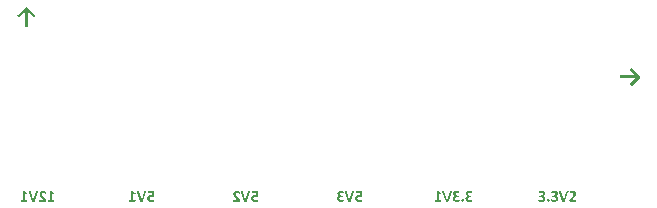
<source format=gbr>
%TF.GenerationSoftware,KiCad,Pcbnew,7.0.5*%
%TF.CreationDate,2024-07-07T22:05:08+09:00*%
%TF.ProjectId,dengen,64656e67-656e-42e6-9b69-6361645f7063,rev?*%
%TF.SameCoordinates,Original*%
%TF.FileFunction,Legend,Bot*%
%TF.FilePolarity,Positive*%
%FSLAX46Y46*%
G04 Gerber Fmt 4.6, Leading zero omitted, Abs format (unit mm)*
G04 Created by KiCad (PCBNEW 7.0.5) date 2024-07-07 22:05:08*
%MOMM*%
%LPD*%
G01*
G04 APERTURE LIST*
%ADD10C,0.300000*%
%ADD11C,0.200000*%
G04 APERTURE END LIST*
D10*
G36*
X127419800Y-75940045D02*
G01*
X127433593Y-75955067D01*
X127447403Y-75970092D01*
X127461230Y-75985121D01*
X127475075Y-76000151D01*
X127488937Y-76015185D01*
X127502816Y-76030222D01*
X127516712Y-76045262D01*
X127530625Y-76060304D01*
X127544555Y-76075349D01*
X127558503Y-76090397D01*
X127572468Y-76105448D01*
X127586450Y-76120502D01*
X127600449Y-76135559D01*
X127614465Y-76150618D01*
X127628499Y-76165681D01*
X127642549Y-76180746D01*
X127656600Y-76195763D01*
X127670725Y-76210771D01*
X127684924Y-76225770D01*
X127699198Y-76240761D01*
X127713547Y-76255744D01*
X127727969Y-76270717D01*
X127742466Y-76285682D01*
X127757038Y-76300639D01*
X127771684Y-76315587D01*
X127786404Y-76330526D01*
X127801199Y-76345457D01*
X127816068Y-76360379D01*
X127831012Y-76375293D01*
X127846030Y-76390198D01*
X127861123Y-76405094D01*
X127876290Y-76419982D01*
X127887980Y-76428991D01*
X127894608Y-76432072D01*
X127909783Y-76432623D01*
X127918055Y-76430240D01*
X127931359Y-76423929D01*
X127944548Y-76415617D01*
X127951761Y-76410457D01*
X127963436Y-76400964D01*
X127975080Y-76390775D01*
X127986245Y-76380506D01*
X127998321Y-76368976D01*
X128000121Y-76367226D01*
X128011208Y-76355500D01*
X128022376Y-76343215D01*
X128033025Y-76330818D01*
X128040787Y-76321064D01*
X128049837Y-76308149D01*
X128056880Y-76295166D01*
X128058739Y-76290289D01*
X128061057Y-76275692D01*
X128059838Y-76268307D01*
X128052638Y-76255520D01*
X128048481Y-76250722D01*
X127370341Y-75579909D01*
X127358491Y-75569313D01*
X127346023Y-75560056D01*
X127337368Y-75554630D01*
X127323200Y-75548379D01*
X127308493Y-75545183D01*
X127295236Y-75544371D01*
X127280226Y-75545454D01*
X127265233Y-75549103D01*
X127254936Y-75553531D01*
X127241798Y-75561533D01*
X127229846Y-75570861D01*
X127220131Y-75579909D01*
X126541991Y-76250722D01*
X126533351Y-76263213D01*
X126531000Y-76268307D01*
X126529897Y-76283366D01*
X126531733Y-76290289D01*
X126538236Y-76304211D01*
X126546359Y-76316576D01*
X126549685Y-76321064D01*
X126559638Y-76333443D01*
X126569404Y-76344686D01*
X126580773Y-76357119D01*
X126590351Y-76367226D01*
X126602575Y-76378936D01*
X126613923Y-76389385D01*
X126625818Y-76399780D01*
X126637832Y-76409505D01*
X126639077Y-76410457D01*
X126651777Y-76419406D01*
X126665112Y-76427080D01*
X126672417Y-76430240D01*
X126686804Y-76433344D01*
X126696230Y-76432072D01*
X126709355Y-76424345D01*
X126714182Y-76419982D01*
X126729306Y-76405094D01*
X126744361Y-76390198D01*
X126759348Y-76375293D01*
X126774266Y-76360379D01*
X126789115Y-76345457D01*
X126803896Y-76330526D01*
X126818607Y-76315587D01*
X126833251Y-76300639D01*
X126847825Y-76285682D01*
X126862331Y-76270717D01*
X126876768Y-76255744D01*
X126891136Y-76240761D01*
X126905436Y-76225770D01*
X126919667Y-76210771D01*
X126933829Y-76195763D01*
X126947923Y-76180746D01*
X126961929Y-76165681D01*
X126975921Y-76150618D01*
X126989898Y-76135559D01*
X127003862Y-76120502D01*
X127017811Y-76105448D01*
X127031746Y-76090397D01*
X127045666Y-76075349D01*
X127059572Y-76060304D01*
X127073464Y-76045262D01*
X127087341Y-76030222D01*
X127101204Y-76015185D01*
X127115053Y-76000151D01*
X127128888Y-75985121D01*
X127142708Y-75970092D01*
X127156514Y-75955067D01*
X127170306Y-75940045D01*
X127170306Y-77240638D01*
X127175780Y-77254785D01*
X127176534Y-77255659D01*
X127188734Y-77264695D01*
X127196684Y-77268115D01*
X127210829Y-77272183D01*
X127226079Y-77274999D01*
X127234786Y-77276175D01*
X127251043Y-77277914D01*
X127265698Y-77278842D01*
X127281818Y-77279357D01*
X127294869Y-77279473D01*
X127310159Y-77279315D01*
X127326216Y-77278748D01*
X127342474Y-77277618D01*
X127355320Y-77276175D01*
X127370731Y-77273901D01*
X127385819Y-77270543D01*
X127393421Y-77268115D01*
X127406649Y-77261650D01*
X127413572Y-77255659D01*
X127419745Y-77242140D01*
X127419800Y-77240638D01*
X127419800Y-75940045D01*
G37*
G36*
X178859954Y-81619800D02*
G01*
X178844932Y-81633593D01*
X178829907Y-81647403D01*
X178814878Y-81661230D01*
X178799848Y-81675075D01*
X178784814Y-81688937D01*
X178769777Y-81702816D01*
X178754737Y-81716712D01*
X178739695Y-81730625D01*
X178724650Y-81744555D01*
X178709602Y-81758503D01*
X178694551Y-81772468D01*
X178679497Y-81786450D01*
X178664440Y-81800449D01*
X178649381Y-81814465D01*
X178634318Y-81828499D01*
X178619253Y-81842549D01*
X178604236Y-81856600D01*
X178589228Y-81870725D01*
X178574229Y-81884924D01*
X178559238Y-81899198D01*
X178544255Y-81913547D01*
X178529282Y-81927969D01*
X178514317Y-81942466D01*
X178499360Y-81957038D01*
X178484412Y-81971684D01*
X178469473Y-81986404D01*
X178454542Y-82001199D01*
X178439620Y-82016068D01*
X178424706Y-82031012D01*
X178409801Y-82046030D01*
X178394905Y-82061123D01*
X178380017Y-82076290D01*
X178371008Y-82087980D01*
X178367927Y-82094608D01*
X178367376Y-82109783D01*
X178369759Y-82118055D01*
X178376070Y-82131359D01*
X178384382Y-82144548D01*
X178389542Y-82151761D01*
X178399035Y-82163436D01*
X178409224Y-82175080D01*
X178419493Y-82186245D01*
X178431023Y-82198321D01*
X178432773Y-82200121D01*
X178444499Y-82211208D01*
X178456784Y-82222376D01*
X178469181Y-82233025D01*
X178478935Y-82240787D01*
X178491850Y-82249837D01*
X178504833Y-82256880D01*
X178509710Y-82258739D01*
X178524307Y-82261057D01*
X178531692Y-82259838D01*
X178544479Y-82252638D01*
X178549277Y-82248481D01*
X179220090Y-81570341D01*
X179230686Y-81558491D01*
X179239943Y-81546023D01*
X179245369Y-81537368D01*
X179251620Y-81523200D01*
X179254816Y-81508493D01*
X179255628Y-81495236D01*
X179254545Y-81480226D01*
X179250896Y-81465233D01*
X179246468Y-81454936D01*
X179238466Y-81441798D01*
X179229138Y-81429846D01*
X179220090Y-81420131D01*
X178549277Y-80741991D01*
X178536786Y-80733351D01*
X178531692Y-80731000D01*
X178516633Y-80729897D01*
X178509710Y-80731733D01*
X178495788Y-80738236D01*
X178483423Y-80746359D01*
X178478935Y-80749685D01*
X178466556Y-80759638D01*
X178455313Y-80769404D01*
X178442880Y-80780773D01*
X178432773Y-80790351D01*
X178421063Y-80802575D01*
X178410614Y-80813923D01*
X178400219Y-80825818D01*
X178390494Y-80837832D01*
X178389542Y-80839077D01*
X178380593Y-80851777D01*
X178372919Y-80865112D01*
X178369759Y-80872417D01*
X178366655Y-80886804D01*
X178367927Y-80896230D01*
X178375654Y-80909355D01*
X178380017Y-80914182D01*
X178394905Y-80929306D01*
X178409801Y-80944361D01*
X178424706Y-80959348D01*
X178439620Y-80974266D01*
X178454542Y-80989115D01*
X178469473Y-81003896D01*
X178484412Y-81018607D01*
X178499360Y-81033251D01*
X178514317Y-81047825D01*
X178529282Y-81062331D01*
X178544255Y-81076768D01*
X178559238Y-81091136D01*
X178574229Y-81105436D01*
X178589228Y-81119667D01*
X178604236Y-81133829D01*
X178619253Y-81147923D01*
X178634318Y-81161929D01*
X178649381Y-81175921D01*
X178664440Y-81189898D01*
X178679497Y-81203862D01*
X178694551Y-81217811D01*
X178709602Y-81231746D01*
X178724650Y-81245666D01*
X178739695Y-81259572D01*
X178754737Y-81273464D01*
X178769777Y-81287341D01*
X178784814Y-81301204D01*
X178799848Y-81315053D01*
X178814878Y-81328888D01*
X178829907Y-81342708D01*
X178844932Y-81356514D01*
X178859954Y-81370306D01*
X177559361Y-81370306D01*
X177545214Y-81375780D01*
X177544340Y-81376534D01*
X177535304Y-81388734D01*
X177531884Y-81396684D01*
X177527816Y-81410829D01*
X177525000Y-81426079D01*
X177523824Y-81434786D01*
X177522085Y-81451043D01*
X177521157Y-81465698D01*
X177520642Y-81481818D01*
X177520526Y-81494869D01*
X177520684Y-81510159D01*
X177521251Y-81526216D01*
X177522381Y-81542474D01*
X177523824Y-81555320D01*
X177526098Y-81570731D01*
X177529456Y-81585819D01*
X177531884Y-81593421D01*
X177538349Y-81606649D01*
X177544340Y-81613572D01*
X177557859Y-81619745D01*
X177559361Y-81619800D01*
X178859954Y-81619800D01*
G37*
D11*
%TO.C,3.3V2*%
G36*
X171238346Y-91805369D02*
G01*
X171238123Y-91817693D01*
X171237453Y-91829750D01*
X171236337Y-91841541D01*
X171234774Y-91853065D01*
X171232765Y-91864324D01*
X171230309Y-91875316D01*
X171227407Y-91886042D01*
X171224058Y-91896502D01*
X171220263Y-91906696D01*
X171216021Y-91916624D01*
X171212945Y-91923094D01*
X171208006Y-91932568D01*
X171202716Y-91941753D01*
X171197073Y-91950651D01*
X171191078Y-91959261D01*
X171184731Y-91967584D01*
X171178032Y-91975619D01*
X171170981Y-91983366D01*
X171163578Y-91990826D01*
X171155822Y-91997998D01*
X171147715Y-92004882D01*
X171142115Y-92009312D01*
X171133484Y-92015715D01*
X171124535Y-92021826D01*
X171115269Y-92027645D01*
X171105684Y-92033172D01*
X171095783Y-92038407D01*
X171085563Y-92043350D01*
X171075026Y-92048001D01*
X171064171Y-92052360D01*
X171052998Y-92056427D01*
X171041508Y-92060202D01*
X171033671Y-92062557D01*
X171021707Y-92065787D01*
X171009537Y-92068699D01*
X170997160Y-92071294D01*
X170984578Y-92073571D01*
X170971790Y-92075530D01*
X170958795Y-92077172D01*
X170945595Y-92078495D01*
X170932188Y-92079501D01*
X170918575Y-92080190D01*
X170904756Y-92080560D01*
X170895429Y-92080631D01*
X170884217Y-92080539D01*
X170873173Y-92080265D01*
X170862296Y-92079807D01*
X170851588Y-92079166D01*
X170841047Y-92078341D01*
X170830675Y-92077334D01*
X170820470Y-92076143D01*
X170810433Y-92074769D01*
X170800621Y-92073319D01*
X170788754Y-92071377D01*
X170777328Y-92069293D01*
X170766343Y-92067065D01*
X170755799Y-92064694D01*
X170745696Y-92062180D01*
X170739847Y-92060603D01*
X170728767Y-92057380D01*
X170718426Y-92054123D01*
X170708823Y-92050832D01*
X170698553Y-92046948D01*
X170689288Y-92043018D01*
X170680236Y-92038606D01*
X170671282Y-92033735D01*
X170663154Y-92028119D01*
X170656667Y-92020315D01*
X170653873Y-92015174D01*
X170650565Y-92005698D01*
X170648500Y-91998321D01*
X170646532Y-91988089D01*
X170645422Y-91978357D01*
X170645081Y-91973897D01*
X170644524Y-91963100D01*
X170644241Y-91953194D01*
X170644112Y-91942321D01*
X170644104Y-91938482D01*
X170644235Y-91928239D01*
X170644738Y-91917316D01*
X170645804Y-91906462D01*
X170647651Y-91896547D01*
X170649477Y-91890854D01*
X170654928Y-91882157D01*
X170664072Y-91877539D01*
X170666085Y-91877421D01*
X170676178Y-91880247D01*
X170685720Y-91885088D01*
X170689777Y-91887435D01*
X170698783Y-91892427D01*
X170707616Y-91896970D01*
X170717336Y-91901676D01*
X170726375Y-91905841D01*
X170732764Y-91908684D01*
X170742873Y-91912937D01*
X170753601Y-91917088D01*
X170763013Y-91920467D01*
X170772854Y-91923776D01*
X170783124Y-91927012D01*
X170793824Y-91930177D01*
X170805042Y-91932992D01*
X170816713Y-91935329D01*
X170826375Y-91936856D01*
X170836328Y-91938077D01*
X170846571Y-91938993D01*
X170857104Y-91939604D01*
X170867927Y-91939909D01*
X170873448Y-91939947D01*
X170885057Y-91939727D01*
X170896226Y-91939065D01*
X170906953Y-91937961D01*
X170917240Y-91936417D01*
X170927084Y-91934431D01*
X170938316Y-91931466D01*
X170940126Y-91930910D01*
X170950633Y-91927172D01*
X170960539Y-91922919D01*
X170969844Y-91918150D01*
X170978548Y-91912867D01*
X170986651Y-91907068D01*
X170989219Y-91905020D01*
X170997597Y-91897427D01*
X171004993Y-91889179D01*
X171011408Y-91880277D01*
X171016841Y-91870720D01*
X171019505Y-91864965D01*
X171023407Y-91854354D01*
X171025988Y-91844869D01*
X171027866Y-91835023D01*
X171029040Y-91824816D01*
X171029509Y-91814249D01*
X171029519Y-91812452D01*
X171029227Y-91802685D01*
X171028105Y-91791374D01*
X171026141Y-91780509D01*
X171023336Y-91770090D01*
X171019690Y-91760118D01*
X171017551Y-91755300D01*
X171012642Y-91746040D01*
X171006892Y-91737313D01*
X171000300Y-91729119D01*
X170992867Y-91721457D01*
X170984592Y-91714327D01*
X170981647Y-91712069D01*
X170972325Y-91705583D01*
X170963887Y-91700624D01*
X170954842Y-91696071D01*
X170945187Y-91691923D01*
X170934925Y-91688180D01*
X170924055Y-91684844D01*
X170921808Y-91684225D01*
X170910272Y-91681340D01*
X170900588Y-91679384D01*
X170890499Y-91677741D01*
X170880007Y-91676411D01*
X170869109Y-91675394D01*
X170857807Y-91674690D01*
X170846101Y-91674299D01*
X170837055Y-91674211D01*
X170760119Y-91674211D01*
X170749968Y-91673352D01*
X170744976Y-91672013D01*
X170736916Y-91665739D01*
X170734718Y-91662487D01*
X170730995Y-91653445D01*
X170728965Y-91643721D01*
X170728856Y-91642948D01*
X170727814Y-91632358D01*
X170727313Y-91621906D01*
X170727148Y-91611235D01*
X170727146Y-91609975D01*
X170727281Y-91599937D01*
X170727749Y-91590053D01*
X170728751Y-91579955D01*
X170728856Y-91579200D01*
X170730888Y-91569215D01*
X170734229Y-91560882D01*
X170740856Y-91553548D01*
X170743999Y-91551845D01*
X170753687Y-91549371D01*
X170758165Y-91549159D01*
X170835834Y-91549159D01*
X170845646Y-91549010D01*
X170857513Y-91548405D01*
X170868940Y-91547335D01*
X170879925Y-91545801D01*
X170890468Y-91543801D01*
X170900571Y-91541335D01*
X170906420Y-91539633D01*
X170915869Y-91536383D01*
X170926563Y-91531964D01*
X170936552Y-91526978D01*
X170945837Y-91521425D01*
X170954418Y-91515306D01*
X170958444Y-91512034D01*
X170965969Y-91505090D01*
X170972790Y-91497631D01*
X170978906Y-91489657D01*
X170984319Y-91481168D01*
X170989027Y-91472163D01*
X170990440Y-91469047D01*
X170994175Y-91459341D01*
X170997137Y-91449275D01*
X170999327Y-91438848D01*
X171000744Y-91428060D01*
X171001388Y-91416912D01*
X171001431Y-91413115D01*
X171001069Y-91402974D01*
X170999982Y-91393066D01*
X170998170Y-91383393D01*
X170995634Y-91373953D01*
X170993859Y-91368663D01*
X170989616Y-91358420D01*
X170984456Y-91348941D01*
X170978380Y-91340224D01*
X170971389Y-91332271D01*
X170963512Y-91324989D01*
X170954536Y-91318532D01*
X170945781Y-91313558D01*
X170936184Y-91309216D01*
X170933287Y-91308091D01*
X170922738Y-91304570D01*
X170913064Y-91302240D01*
X170902806Y-91300545D01*
X170891964Y-91299486D01*
X170880538Y-91299063D01*
X170878577Y-91299054D01*
X170867464Y-91299292D01*
X170856566Y-91300008D01*
X170845883Y-91301201D01*
X170835414Y-91302870D01*
X170825160Y-91305017D01*
X170815121Y-91307641D01*
X170811166Y-91308824D01*
X170801475Y-91311854D01*
X170792094Y-91314992D01*
X170781246Y-91318899D01*
X170770845Y-91322960D01*
X170760890Y-91327176D01*
X170754501Y-91330073D01*
X170745334Y-91334326D01*
X170735311Y-91339158D01*
X170726013Y-91343850D01*
X170716273Y-91349040D01*
X170711759Y-91351566D01*
X170702719Y-91356407D01*
X170693612Y-91360172D01*
X170686113Y-91361580D01*
X170676588Y-91359382D01*
X170670257Y-91351929D01*
X170669505Y-91350345D01*
X170666869Y-91340797D01*
X170665353Y-91330806D01*
X170664608Y-91320215D01*
X170664251Y-91309763D01*
X170664133Y-91299092D01*
X170664131Y-91297833D01*
X170664203Y-91288001D01*
X170664478Y-91277651D01*
X170664864Y-91270233D01*
X170665902Y-91259975D01*
X170667551Y-91251671D01*
X170670991Y-91242147D01*
X170672680Y-91238970D01*
X170678777Y-91231120D01*
X170682694Y-91227247D01*
X170690629Y-91221160D01*
X170698908Y-91215860D01*
X170708182Y-91210402D01*
X170710782Y-91208928D01*
X170720604Y-91203727D01*
X170729861Y-91199325D01*
X170739890Y-91194975D01*
X170750692Y-91190676D01*
X170760284Y-91187133D01*
X170764271Y-91185725D01*
X170774661Y-91182227D01*
X170785528Y-91178908D01*
X170796872Y-91175768D01*
X170808693Y-91172807D01*
X170818493Y-91170567D01*
X170828598Y-91168441D01*
X170839009Y-91166430D01*
X170849684Y-91164541D01*
X170860579Y-91162904D01*
X170871696Y-91161518D01*
X170883034Y-91160385D01*
X170894594Y-91159503D01*
X170906375Y-91158874D01*
X170918377Y-91158496D01*
X170930600Y-91158370D01*
X170942562Y-91158505D01*
X170954265Y-91158911D01*
X170965711Y-91159587D01*
X170976900Y-91160534D01*
X170987831Y-91161751D01*
X170998504Y-91163239D01*
X171008919Y-91164997D01*
X171019077Y-91167025D01*
X171028978Y-91169324D01*
X171038621Y-91171894D01*
X171044906Y-91173757D01*
X171057114Y-91177757D01*
X171068827Y-91182184D01*
X171080043Y-91187038D01*
X171090763Y-91192320D01*
X171100987Y-91198029D01*
X171110714Y-91204166D01*
X171119946Y-91210730D01*
X171128681Y-91217721D01*
X171136967Y-91225075D01*
X171144725Y-91232849D01*
X171151957Y-91241042D01*
X171158662Y-91249656D01*
X171164841Y-91258689D01*
X171170493Y-91268142D01*
X171175618Y-91278015D01*
X171180217Y-91288307D01*
X171184338Y-91298917D01*
X171187910Y-91309862D01*
X171190933Y-91321143D01*
X171193406Y-91332759D01*
X171195329Y-91344712D01*
X171196703Y-91357001D01*
X171197527Y-91369625D01*
X171197802Y-91382585D01*
X171197642Y-91392698D01*
X171197161Y-91402643D01*
X171196360Y-91412421D01*
X171194907Y-91424406D01*
X171192953Y-91436130D01*
X171190499Y-91447590D01*
X171187544Y-91458789D01*
X171184100Y-91469601D01*
X171180178Y-91480055D01*
X171175780Y-91490152D01*
X171170905Y-91499890D01*
X171165552Y-91509271D01*
X171159723Y-91518294D01*
X171157258Y-91521803D01*
X171150755Y-91530225D01*
X171143762Y-91538242D01*
X171136281Y-91545853D01*
X171128311Y-91553059D01*
X171119852Y-91559859D01*
X171110904Y-91566254D01*
X171107188Y-91568698D01*
X171097650Y-91574495D01*
X171087658Y-91579827D01*
X171077213Y-91584694D01*
X171066315Y-91589096D01*
X171054964Y-91593033D01*
X171045557Y-91595847D01*
X171038311Y-91597763D01*
X171038311Y-91599717D01*
X171049825Y-91601316D01*
X171061041Y-91603304D01*
X171071960Y-91605682D01*
X171082581Y-91608449D01*
X171092904Y-91611605D01*
X171102929Y-91615150D01*
X171112657Y-91619085D01*
X171122087Y-91623408D01*
X171131189Y-91628076D01*
X171139932Y-91633041D01*
X171148316Y-91638303D01*
X171158292Y-91645300D01*
X171167708Y-91652762D01*
X171176563Y-91660690D01*
X171184857Y-91669082D01*
X171192650Y-91677809D01*
X171199846Y-91686894D01*
X171206446Y-91696337D01*
X171212449Y-91706138D01*
X171217856Y-91716297D01*
X171222667Y-91726813D01*
X171224425Y-91731120D01*
X171228435Y-91742013D01*
X171231766Y-91753168D01*
X171234417Y-91764586D01*
X171236389Y-91776266D01*
X171237680Y-91788209D01*
X171238292Y-91800414D01*
X171238346Y-91805369D01*
G37*
G36*
X171584927Y-91953869D02*
G01*
X171584729Y-91965810D01*
X171584137Y-91976996D01*
X171583150Y-91987426D01*
X171581767Y-91997100D01*
X171579309Y-92008824D01*
X171576150Y-92019204D01*
X171572287Y-92028241D01*
X171566472Y-92037648D01*
X171562457Y-92042285D01*
X171554646Y-92048829D01*
X171545107Y-92054263D01*
X171533838Y-92058589D01*
X171523578Y-92061251D01*
X171512211Y-92063203D01*
X171499738Y-92064445D01*
X171489656Y-92064911D01*
X171482589Y-92065000D01*
X171472095Y-92064804D01*
X171462227Y-92064218D01*
X171450046Y-92062829D01*
X171438979Y-92060745D01*
X171429026Y-92057967D01*
X171418152Y-92053517D01*
X171409019Y-92047983D01*
X171402966Y-92042773D01*
X171396633Y-92034779D01*
X171391374Y-92024842D01*
X171387939Y-92015492D01*
X171385192Y-92004898D01*
X171383131Y-91993059D01*
X171381757Y-91979977D01*
X171381177Y-91969349D01*
X171380984Y-91958021D01*
X171381180Y-91945949D01*
X171381766Y-91934645D01*
X171382742Y-91924110D01*
X171384110Y-91914344D01*
X171386541Y-91902517D01*
X171389666Y-91892056D01*
X171393486Y-91882962D01*
X171399238Y-91873516D01*
X171403210Y-91868872D01*
X171411038Y-91862329D01*
X171420632Y-91856894D01*
X171431990Y-91852569D01*
X171442347Y-91849907D01*
X171453834Y-91847955D01*
X171466451Y-91846712D01*
X171476655Y-91846247D01*
X171483810Y-91846158D01*
X171494217Y-91846355D01*
X171504006Y-91846948D01*
X171516096Y-91848352D01*
X171527087Y-91850459D01*
X171536979Y-91853268D01*
X171547798Y-91857766D01*
X171556900Y-91863362D01*
X171562945Y-91868628D01*
X171569278Y-91876570D01*
X171574537Y-91886503D01*
X171577972Y-91895883D01*
X171580720Y-91906538D01*
X171582780Y-91918468D01*
X171583875Y-91928252D01*
X171584584Y-91938753D01*
X171584906Y-91949970D01*
X171584927Y-91953869D01*
G37*
G36*
X172320831Y-91805369D02*
G01*
X172320607Y-91817693D01*
X172319938Y-91829750D01*
X172318821Y-91841541D01*
X172317259Y-91853065D01*
X172315249Y-91864324D01*
X172312794Y-91875316D01*
X172309891Y-91886042D01*
X172306542Y-91896502D01*
X172302747Y-91906696D01*
X172298505Y-91916624D01*
X172295429Y-91923094D01*
X172290491Y-91932568D01*
X172285200Y-91941753D01*
X172279557Y-91950651D01*
X172273562Y-91959261D01*
X172267215Y-91967584D01*
X172260516Y-91975619D01*
X172253465Y-91983366D01*
X172246062Y-91990826D01*
X172238307Y-91997998D01*
X172230199Y-92004882D01*
X172224599Y-92009312D01*
X172215968Y-92015715D01*
X172207019Y-92021826D01*
X172197753Y-92027645D01*
X172188169Y-92033172D01*
X172178267Y-92038407D01*
X172168047Y-92043350D01*
X172157510Y-92048001D01*
X172146655Y-92052360D01*
X172135482Y-92056427D01*
X172123992Y-92060202D01*
X172116155Y-92062557D01*
X172104191Y-92065787D01*
X172092021Y-92068699D01*
X172079645Y-92071294D01*
X172067062Y-92073571D01*
X172054274Y-92075530D01*
X172041279Y-92077172D01*
X172028079Y-92078495D01*
X172014672Y-92079501D01*
X172001060Y-92080190D01*
X171987241Y-92080560D01*
X171977914Y-92080631D01*
X171966701Y-92080539D01*
X171955657Y-92080265D01*
X171944781Y-92079807D01*
X171934072Y-92079166D01*
X171923532Y-92078341D01*
X171913159Y-92077334D01*
X171902954Y-92076143D01*
X171892917Y-92074769D01*
X171883106Y-92073319D01*
X171871238Y-92071377D01*
X171859812Y-92069293D01*
X171848827Y-92067065D01*
X171838283Y-92064694D01*
X171828181Y-92062180D01*
X171822331Y-92060603D01*
X171811251Y-92057380D01*
X171800910Y-92054123D01*
X171791307Y-92050832D01*
X171781038Y-92046948D01*
X171771773Y-92043018D01*
X171762721Y-92038606D01*
X171753767Y-92033735D01*
X171745639Y-92028119D01*
X171739151Y-92020315D01*
X171736358Y-92015174D01*
X171733049Y-92005698D01*
X171730984Y-91998321D01*
X171729016Y-91988089D01*
X171727906Y-91978357D01*
X171727565Y-91973897D01*
X171727009Y-91963100D01*
X171726725Y-91953194D01*
X171726596Y-91942321D01*
X171726588Y-91938482D01*
X171726719Y-91928239D01*
X171727223Y-91917316D01*
X171728288Y-91906462D01*
X171730135Y-91896547D01*
X171731961Y-91890854D01*
X171737412Y-91882157D01*
X171746556Y-91877539D01*
X171748570Y-91877421D01*
X171758662Y-91880247D01*
X171768205Y-91885088D01*
X171772261Y-91887435D01*
X171781268Y-91892427D01*
X171790100Y-91896970D01*
X171799821Y-91901676D01*
X171808860Y-91905841D01*
X171815248Y-91908684D01*
X171825357Y-91912937D01*
X171836085Y-91917088D01*
X171845497Y-91920467D01*
X171855338Y-91923776D01*
X171865609Y-91927012D01*
X171876309Y-91930177D01*
X171887526Y-91932992D01*
X171899197Y-91935329D01*
X171908860Y-91936856D01*
X171918813Y-91938077D01*
X171929056Y-91938993D01*
X171939589Y-91939604D01*
X171950412Y-91939909D01*
X171955932Y-91939947D01*
X171967542Y-91939727D01*
X171978710Y-91939065D01*
X171989438Y-91937961D01*
X171999724Y-91936417D01*
X172009569Y-91934431D01*
X172020800Y-91931466D01*
X172022610Y-91930910D01*
X172033117Y-91927172D01*
X172043024Y-91922919D01*
X172052329Y-91918150D01*
X172061033Y-91912867D01*
X172069136Y-91907068D01*
X172071703Y-91905020D01*
X172080081Y-91897427D01*
X172087478Y-91889179D01*
X172093892Y-91880277D01*
X172099325Y-91870720D01*
X172101989Y-91864965D01*
X172105891Y-91854354D01*
X172108473Y-91844869D01*
X172110350Y-91835023D01*
X172111524Y-91824816D01*
X172111993Y-91814249D01*
X172112003Y-91812452D01*
X172111711Y-91802685D01*
X172110589Y-91791374D01*
X172108625Y-91780509D01*
X172105820Y-91770090D01*
X172102174Y-91760118D01*
X172100035Y-91755300D01*
X172095126Y-91746040D01*
X172089376Y-91737313D01*
X172082785Y-91729119D01*
X172075351Y-91721457D01*
X172067077Y-91714327D01*
X172064131Y-91712069D01*
X172054809Y-91705583D01*
X172046372Y-91700624D01*
X172037326Y-91696071D01*
X172027672Y-91691923D01*
X172017410Y-91688180D01*
X172006539Y-91684844D01*
X172004292Y-91684225D01*
X171992756Y-91681340D01*
X171983072Y-91679384D01*
X171972984Y-91677741D01*
X171962491Y-91676411D01*
X171951593Y-91675394D01*
X171940292Y-91674690D01*
X171928585Y-91674299D01*
X171919540Y-91674211D01*
X171842603Y-91674211D01*
X171832452Y-91673352D01*
X171827460Y-91672013D01*
X171819400Y-91665739D01*
X171817202Y-91662487D01*
X171813480Y-91653445D01*
X171811449Y-91643721D01*
X171811340Y-91642948D01*
X171810298Y-91632358D01*
X171809797Y-91621906D01*
X171809632Y-91611235D01*
X171809630Y-91609975D01*
X171809766Y-91599937D01*
X171810233Y-91590053D01*
X171811235Y-91579955D01*
X171811340Y-91579200D01*
X171813372Y-91569215D01*
X171816713Y-91560882D01*
X171823340Y-91553548D01*
X171826483Y-91551845D01*
X171836171Y-91549371D01*
X171840649Y-91549159D01*
X171918318Y-91549159D01*
X171928130Y-91549010D01*
X171939998Y-91548405D01*
X171951424Y-91547335D01*
X171962409Y-91545801D01*
X171972953Y-91543801D01*
X171983055Y-91541335D01*
X171988905Y-91539633D01*
X171998354Y-91536383D01*
X172009047Y-91531964D01*
X172019036Y-91526978D01*
X172028321Y-91521425D01*
X172036902Y-91515306D01*
X172040928Y-91512034D01*
X172048453Y-91505090D01*
X172055274Y-91497631D01*
X172061390Y-91489657D01*
X172066803Y-91481168D01*
X172071511Y-91472163D01*
X172072924Y-91469047D01*
X172076659Y-91459341D01*
X172079622Y-91449275D01*
X172081811Y-91438848D01*
X172083228Y-91428060D01*
X172083872Y-91416912D01*
X172083915Y-91413115D01*
X172083553Y-91402974D01*
X172082466Y-91393066D01*
X172080654Y-91383393D01*
X172078118Y-91373953D01*
X172076344Y-91368663D01*
X172072100Y-91358420D01*
X172066940Y-91348941D01*
X172060865Y-91340224D01*
X172053873Y-91332271D01*
X172045996Y-91324989D01*
X172037020Y-91318532D01*
X172028265Y-91313558D01*
X172018668Y-91309216D01*
X172015771Y-91308091D01*
X172005223Y-91304570D01*
X171995548Y-91302240D01*
X171985290Y-91300545D01*
X171974448Y-91299486D01*
X171963022Y-91299063D01*
X171961061Y-91299054D01*
X171949948Y-91299292D01*
X171939050Y-91300008D01*
X171928367Y-91301201D01*
X171917899Y-91302870D01*
X171907645Y-91305017D01*
X171897606Y-91307641D01*
X171893650Y-91308824D01*
X171883959Y-91311854D01*
X171874578Y-91314992D01*
X171863730Y-91318899D01*
X171853329Y-91322960D01*
X171843374Y-91327176D01*
X171836986Y-91330073D01*
X171827818Y-91334326D01*
X171817795Y-91339158D01*
X171808497Y-91343850D01*
X171798758Y-91349040D01*
X171794243Y-91351566D01*
X171785203Y-91356407D01*
X171776097Y-91360172D01*
X171768598Y-91361580D01*
X171759072Y-91359382D01*
X171752741Y-91351929D01*
X171751989Y-91350345D01*
X171749353Y-91340797D01*
X171747837Y-91330806D01*
X171747093Y-91320215D01*
X171746735Y-91309763D01*
X171746617Y-91299092D01*
X171746616Y-91297833D01*
X171746687Y-91288001D01*
X171746962Y-91277651D01*
X171747348Y-91270233D01*
X171748387Y-91259975D01*
X171750035Y-91251671D01*
X171753475Y-91242147D01*
X171755164Y-91238970D01*
X171761262Y-91231120D01*
X171765178Y-91227247D01*
X171773113Y-91221160D01*
X171781393Y-91215860D01*
X171790666Y-91210402D01*
X171793266Y-91208928D01*
X171803089Y-91203727D01*
X171812345Y-91199325D01*
X171822374Y-91194975D01*
X171833176Y-91190676D01*
X171842768Y-91187133D01*
X171846755Y-91185725D01*
X171857145Y-91182227D01*
X171868012Y-91178908D01*
X171879356Y-91175768D01*
X171891177Y-91172807D01*
X171900977Y-91170567D01*
X171911083Y-91168441D01*
X171921494Y-91166430D01*
X171932168Y-91164541D01*
X171943063Y-91162904D01*
X171954180Y-91161518D01*
X171965518Y-91160385D01*
X171977078Y-91159503D01*
X171988859Y-91158874D01*
X172000861Y-91158496D01*
X172013085Y-91158370D01*
X172025046Y-91158505D01*
X172036750Y-91158911D01*
X172048196Y-91159587D01*
X172059384Y-91160534D01*
X172070315Y-91161751D01*
X172080988Y-91163239D01*
X172091404Y-91164997D01*
X172101562Y-91167025D01*
X172111462Y-91169324D01*
X172121105Y-91171894D01*
X172127390Y-91173757D01*
X172139599Y-91177757D01*
X172151311Y-91182184D01*
X172162527Y-91187038D01*
X172173247Y-91192320D01*
X172183471Y-91198029D01*
X172193199Y-91204166D01*
X172202430Y-91210730D01*
X172211166Y-91217721D01*
X172219451Y-91225075D01*
X172227209Y-91232849D01*
X172234441Y-91241042D01*
X172241146Y-91249656D01*
X172247325Y-91258689D01*
X172252977Y-91268142D01*
X172258102Y-91278015D01*
X172262701Y-91288307D01*
X172266822Y-91298917D01*
X172270395Y-91309862D01*
X172273417Y-91321143D01*
X172275890Y-91332759D01*
X172277813Y-91344712D01*
X172279187Y-91357001D01*
X172280012Y-91369625D01*
X172280286Y-91382585D01*
X172280126Y-91392698D01*
X172279645Y-91402643D01*
X172278844Y-91412421D01*
X172277391Y-91424406D01*
X172275438Y-91436130D01*
X172272983Y-91447590D01*
X172270028Y-91458789D01*
X172266584Y-91469601D01*
X172262663Y-91480055D01*
X172258264Y-91490152D01*
X172253389Y-91499890D01*
X172248037Y-91509271D01*
X172242207Y-91518294D01*
X172239742Y-91521803D01*
X172233239Y-91530225D01*
X172226247Y-91538242D01*
X172218766Y-91545853D01*
X172210795Y-91553059D01*
X172202336Y-91559859D01*
X172193388Y-91566254D01*
X172189672Y-91568698D01*
X172180134Y-91574495D01*
X172170142Y-91579827D01*
X172159698Y-91584694D01*
X172148800Y-91589096D01*
X172137449Y-91593033D01*
X172128042Y-91595847D01*
X172120796Y-91597763D01*
X172120796Y-91599717D01*
X172132310Y-91601316D01*
X172143526Y-91603304D01*
X172154444Y-91605682D01*
X172165065Y-91608449D01*
X172175388Y-91611605D01*
X172185413Y-91615150D01*
X172195141Y-91619085D01*
X172204571Y-91623408D01*
X172213673Y-91628076D01*
X172222416Y-91633041D01*
X172230800Y-91638303D01*
X172240777Y-91645300D01*
X172250192Y-91652762D01*
X172259047Y-91660690D01*
X172267342Y-91669082D01*
X172275134Y-91677809D01*
X172282330Y-91686894D01*
X172288930Y-91696337D01*
X172294933Y-91706138D01*
X172300341Y-91716297D01*
X172305151Y-91726813D01*
X172306909Y-91731120D01*
X172310920Y-91742013D01*
X172314250Y-91753168D01*
X172316902Y-91764586D01*
X172318873Y-91776266D01*
X172320165Y-91788209D01*
X172320776Y-91800414D01*
X172320831Y-91805369D01*
G37*
G36*
X172916783Y-92029584D02*
G01*
X172913371Y-92038834D01*
X172908440Y-92047459D01*
X172907746Y-92048391D01*
X172900038Y-92055021D01*
X172890688Y-92059135D01*
X172889917Y-92059382D01*
X172879452Y-92061752D01*
X172868738Y-92063150D01*
X172858861Y-92063890D01*
X172856211Y-92064023D01*
X172846295Y-92064403D01*
X172835140Y-92064690D01*
X172824593Y-92064862D01*
X172813136Y-92064965D01*
X172802892Y-92064999D01*
X172800768Y-92065000D01*
X172790701Y-92064991D01*
X172779674Y-92064959D01*
X172769417Y-92064904D01*
X172758640Y-92064813D01*
X172753629Y-92064755D01*
X172743102Y-92064423D01*
X172732492Y-92063917D01*
X172722145Y-92063195D01*
X172720412Y-92063046D01*
X172710105Y-92061653D01*
X172700216Y-92059546D01*
X172697942Y-92058893D01*
X172688737Y-92055186D01*
X172683531Y-92052055D01*
X172676479Y-92045002D01*
X172674739Y-92042285D01*
X172670782Y-92033224D01*
X172668877Y-92027386D01*
X172404362Y-91245076D01*
X172401044Y-91234786D01*
X172398025Y-91224257D01*
X172395615Y-91213981D01*
X172394348Y-91206242D01*
X172394508Y-91196464D01*
X172398766Y-91187141D01*
X172401187Y-91184748D01*
X172410107Y-91179722D01*
X172419658Y-91177117D01*
X172430251Y-91175711D01*
X172440117Y-91175045D01*
X172451549Y-91174543D01*
X172462595Y-91174242D01*
X172472678Y-91174083D01*
X172483560Y-91174008D01*
X172488137Y-91174002D01*
X172499471Y-91174053D01*
X172509844Y-91174208D01*
X172520730Y-91174518D01*
X172531568Y-91175045D01*
X172537474Y-91175467D01*
X172547807Y-91176445D01*
X172558065Y-91178185D01*
X172564829Y-91180108D01*
X172573486Y-91184706D01*
X172578263Y-91190366D01*
X172582731Y-91199692D01*
X172585590Y-91207463D01*
X172801989Y-91888412D01*
X172802722Y-91888412D01*
X173014969Y-91210882D01*
X173017810Y-91200911D01*
X173021808Y-91192076D01*
X173028719Y-91184698D01*
X173035730Y-91180840D01*
X173045277Y-91177951D01*
X173055559Y-91176261D01*
X173064306Y-91175467D01*
X173074442Y-91174826D01*
X173084714Y-91174415D01*
X173094560Y-91174175D01*
X173105367Y-91174037D01*
X173115108Y-91174002D01*
X173126509Y-91174079D01*
X173136896Y-91174311D01*
X173147733Y-91174777D01*
X173158430Y-91175567D01*
X173164201Y-91176200D01*
X173174119Y-91177993D01*
X173183186Y-91181657D01*
X173188381Y-91185969D01*
X173192717Y-91195434D01*
X173192912Y-91205552D01*
X173192533Y-91208196D01*
X173190434Y-91218003D01*
X173187567Y-91228462D01*
X173184239Y-91239056D01*
X173181787Y-91246297D01*
X172916783Y-92029584D01*
G37*
G36*
X173861759Y-91994413D02*
G01*
X173861624Y-92004704D01*
X173861156Y-92015142D01*
X173860256Y-92025411D01*
X173860049Y-92027142D01*
X173858378Y-92037250D01*
X173855748Y-92046910D01*
X173854920Y-92049124D01*
X173849787Y-92057901D01*
X173845883Y-92061336D01*
X173836593Y-92064824D01*
X173833671Y-92065000D01*
X173322471Y-92065000D01*
X173312689Y-92064682D01*
X173302321Y-92063488D01*
X173296581Y-92062313D01*
X173287136Y-92058721D01*
X173278953Y-92052523D01*
X173278507Y-92052055D01*
X173272901Y-92043225D01*
X173269575Y-92033997D01*
X173268493Y-92029584D01*
X173266947Y-92019590D01*
X173266046Y-92009168D01*
X173265634Y-91998769D01*
X173265562Y-91991727D01*
X173265684Y-91981026D01*
X173266051Y-91971149D01*
X173266755Y-91961023D01*
X173267516Y-91953869D01*
X173269402Y-91943526D01*
X173272039Y-91933992D01*
X173275087Y-91926025D01*
X173279713Y-91916786D01*
X173285163Y-91907753D01*
X173289254Y-91901845D01*
X173295737Y-91893526D01*
X173302682Y-91885511D01*
X173309790Y-91877931D01*
X173311480Y-91876200D01*
X173465353Y-91703764D01*
X173473806Y-91694864D01*
X173481945Y-91686113D01*
X173489771Y-91677513D01*
X173497284Y-91669063D01*
X173504483Y-91660763D01*
X173511369Y-91652614D01*
X173517941Y-91644614D01*
X173524200Y-91636765D01*
X173532058Y-91626534D01*
X173539358Y-91616570D01*
X173546243Y-91606788D01*
X173552731Y-91597229D01*
X173558821Y-91587890D01*
X173564515Y-91578773D01*
X173569812Y-91569877D01*
X173574712Y-91561203D01*
X173580279Y-91550671D01*
X173583322Y-91544518D01*
X173588039Y-91534422D01*
X173592266Y-91524587D01*
X173596005Y-91515016D01*
X173599255Y-91505706D01*
X173602509Y-91494881D01*
X173605060Y-91484434D01*
X173607052Y-91474271D01*
X173608632Y-91464296D01*
X173609799Y-91454510D01*
X173610641Y-91443332D01*
X173610921Y-91432411D01*
X173610571Y-91421960D01*
X173609519Y-91411767D01*
X173607766Y-91401831D01*
X173605311Y-91392152D01*
X173603594Y-91386737D01*
X173600156Y-91377591D01*
X173595397Y-91367768D01*
X173589753Y-91358616D01*
X173583223Y-91350136D01*
X173582345Y-91349124D01*
X173574911Y-91341506D01*
X173566530Y-91334774D01*
X173557203Y-91328928D01*
X173548266Y-91324538D01*
X173546930Y-91323967D01*
X173537271Y-91320350D01*
X173526888Y-91317622D01*
X173515780Y-91315782D01*
X173505682Y-91314912D01*
X173496860Y-91314685D01*
X173486869Y-91314834D01*
X173474788Y-91315439D01*
X173463160Y-91316509D01*
X173451986Y-91318044D01*
X173441264Y-91320044D01*
X173430996Y-91322509D01*
X173425053Y-91324211D01*
X173415468Y-91327247D01*
X173404454Y-91331048D01*
X173393972Y-91335021D01*
X173384023Y-91339166D01*
X173374607Y-91343482D01*
X173370098Y-91345704D01*
X173360107Y-91350752D01*
X173350864Y-91355635D01*
X173341216Y-91361016D01*
X173332546Y-91366184D01*
X173330531Y-91367442D01*
X173321405Y-91372594D01*
X173312154Y-91376258D01*
X173305862Y-91377212D01*
X173296485Y-91374220D01*
X173295360Y-91373304D01*
X173289797Y-91365036D01*
X173288032Y-91360359D01*
X173285728Y-91350316D01*
X173284194Y-91340350D01*
X173283636Y-91335690D01*
X173282734Y-91325405D01*
X173282208Y-91315007D01*
X173281968Y-91304856D01*
X173281926Y-91298077D01*
X173282042Y-91288272D01*
X173282476Y-91278247D01*
X173282903Y-91272920D01*
X173284217Y-91262848D01*
X173285834Y-91255334D01*
X173289434Y-91245847D01*
X173291452Y-91242145D01*
X173297730Y-91234265D01*
X173303420Y-91228712D01*
X173312006Y-91222266D01*
X173321061Y-91216666D01*
X173329653Y-91211855D01*
X173335171Y-91208928D01*
X173344159Y-91204383D01*
X173353902Y-91199907D01*
X173364400Y-91195499D01*
X173373726Y-91191878D01*
X173383577Y-91188305D01*
X173391836Y-91185481D01*
X173402536Y-91181983D01*
X173413569Y-91178664D01*
X173424937Y-91175524D01*
X173436639Y-91172563D01*
X173446241Y-91170323D01*
X173456056Y-91168197D01*
X173466085Y-91166186D01*
X173476275Y-91164354D01*
X173486571Y-91162766D01*
X173496974Y-91161423D01*
X173507485Y-91160324D01*
X173518101Y-91159469D01*
X173528825Y-91158859D01*
X173539656Y-91158492D01*
X173550593Y-91158370D01*
X173563445Y-91158525D01*
X173575987Y-91158988D01*
X173588220Y-91159761D01*
X173600144Y-91160843D01*
X173611759Y-91162234D01*
X173623065Y-91163934D01*
X173634062Y-91165943D01*
X173644749Y-91168262D01*
X173655127Y-91170889D01*
X173665197Y-91173826D01*
X173671738Y-91175956D01*
X173681336Y-91179373D01*
X173690620Y-91183031D01*
X173699591Y-91186929D01*
X173711065Y-91192501D01*
X173721981Y-91198500D01*
X173732340Y-91204927D01*
X173742143Y-91211781D01*
X173751388Y-91219062D01*
X173757956Y-91224804D01*
X173766290Y-91232803D01*
X173774076Y-91241168D01*
X173781311Y-91249900D01*
X173787997Y-91258998D01*
X173794134Y-91268463D01*
X173799721Y-91278293D01*
X173804759Y-91288490D01*
X173809247Y-91299054D01*
X173813196Y-91309904D01*
X173816620Y-91320959D01*
X173819516Y-91332221D01*
X173821886Y-91343689D01*
X173823729Y-91355363D01*
X173825046Y-91367243D01*
X173825836Y-91379330D01*
X173826099Y-91391622D01*
X173825970Y-91402529D01*
X173825580Y-91413390D01*
X173824932Y-91424205D01*
X173824023Y-91434975D01*
X173822856Y-91445699D01*
X173821428Y-91456377D01*
X173819741Y-91467009D01*
X173817795Y-91477595D01*
X173815440Y-91488262D01*
X173812529Y-91499135D01*
X173809060Y-91510213D01*
X173805033Y-91521498D01*
X173800450Y-91532989D01*
X173795309Y-91544686D01*
X173791088Y-91553594D01*
X173786554Y-91562618D01*
X173783357Y-91568698D01*
X173778311Y-91577949D01*
X173772884Y-91587385D01*
X173767074Y-91597006D01*
X173760883Y-91606811D01*
X173754309Y-91616801D01*
X173747353Y-91626976D01*
X173740015Y-91637335D01*
X173732295Y-91647879D01*
X173724193Y-91658607D01*
X173715708Y-91669520D01*
X173709840Y-91676898D01*
X173700685Y-91688148D01*
X173694281Y-91695834D01*
X173687637Y-91703668D01*
X173680752Y-91711652D01*
X173673627Y-91719785D01*
X173666262Y-91728066D01*
X173658656Y-91736496D01*
X173650810Y-91745075D01*
X173642723Y-91753803D01*
X173634396Y-91762680D01*
X173625828Y-91771705D01*
X173617020Y-91780880D01*
X173607972Y-91790203D01*
X173598683Y-91799675D01*
X173589154Y-91809296D01*
X173584299Y-91814162D01*
X173480496Y-91924316D01*
X173830740Y-91924316D01*
X173840540Y-91926514D01*
X173843441Y-91928224D01*
X173850398Y-91935246D01*
X173853455Y-91940436D01*
X173857057Y-91950083D01*
X173859175Y-91959900D01*
X173859561Y-91962418D01*
X173860812Y-91972259D01*
X173861499Y-91982258D01*
X173861750Y-91992113D01*
X173861759Y-91994413D01*
G37*
%TO.C,5V2*%
G36*
X146324563Y-91777037D02*
G01*
X146324784Y-91790368D01*
X146325447Y-91803433D01*
X146326553Y-91816231D01*
X146328100Y-91828763D01*
X146330090Y-91841029D01*
X146332523Y-91853029D01*
X146335397Y-91864763D01*
X146338714Y-91876230D01*
X146342472Y-91887432D01*
X146346673Y-91898367D01*
X146349720Y-91905509D01*
X146354573Y-91915977D01*
X146359792Y-91926131D01*
X146365375Y-91935972D01*
X146371324Y-91945500D01*
X146377637Y-91954714D01*
X146384315Y-91963615D01*
X146391359Y-91972202D01*
X146398767Y-91980476D01*
X146406540Y-91988437D01*
X146414678Y-91996084D01*
X146420306Y-92001008D01*
X146429033Y-92008085D01*
X146438086Y-92014844D01*
X146447466Y-92021285D01*
X146457171Y-92027409D01*
X146467203Y-92033215D01*
X146477562Y-92038703D01*
X146488246Y-92043874D01*
X146499257Y-92048727D01*
X146510595Y-92053262D01*
X146522258Y-92057479D01*
X146530215Y-92060115D01*
X146542384Y-92063781D01*
X146554802Y-92067087D01*
X146567468Y-92070032D01*
X146580384Y-92072617D01*
X146593549Y-92074841D01*
X146606963Y-92076704D01*
X146620626Y-92078207D01*
X146634537Y-92079349D01*
X146648698Y-92080130D01*
X146663108Y-92080551D01*
X146672853Y-92080631D01*
X146683107Y-92080570D01*
X146693232Y-92080387D01*
X146703227Y-92080081D01*
X146713092Y-92079654D01*
X146725241Y-92078948D01*
X146737187Y-92078051D01*
X146748931Y-92076964D01*
X146751255Y-92076723D01*
X146762601Y-92075519D01*
X146773590Y-92074195D01*
X146784221Y-92072752D01*
X146794494Y-92071190D01*
X146804409Y-92069508D01*
X146815835Y-92067333D01*
X146817689Y-92066953D01*
X146828402Y-92064755D01*
X146838377Y-92062557D01*
X146849081Y-92059993D01*
X146858780Y-92057428D01*
X146866293Y-92055230D01*
X146875848Y-92051990D01*
X146885402Y-92047852D01*
X146890962Y-92044239D01*
X146897288Y-92036766D01*
X146899510Y-92032515D01*
X146902616Y-92023234D01*
X146903907Y-92017616D01*
X146905372Y-92007663D01*
X146906203Y-91997868D01*
X146906349Y-91995390D01*
X146906766Y-91985607D01*
X146906995Y-91975760D01*
X146907081Y-91965008D01*
X146907082Y-91963883D01*
X146906985Y-91953356D01*
X146906651Y-91942746D01*
X146906009Y-91932399D01*
X146905861Y-91930666D01*
X146904388Y-91920440D01*
X146901987Y-91910844D01*
X146901220Y-91908684D01*
X146896737Y-91899673D01*
X146894137Y-91896716D01*
X146885064Y-91893067D01*
X146884367Y-91893053D01*
X146874433Y-91895371D01*
X146865319Y-91899493D01*
X146863607Y-91900380D01*
X146853894Y-91905102D01*
X146844888Y-91909087D01*
X146834782Y-91913254D01*
X146826482Y-91916500D01*
X146815863Y-91920277D01*
X146806017Y-91923402D01*
X146795484Y-91926425D01*
X146784264Y-91929344D01*
X146774389Y-91931698D01*
X146770306Y-91932620D01*
X146759686Y-91934731D01*
X146748434Y-91936484D01*
X146736550Y-91937879D01*
X146726587Y-91938738D01*
X146716220Y-91939368D01*
X146705449Y-91939768D01*
X146694273Y-91939940D01*
X146691415Y-91939947D01*
X146681577Y-91939821D01*
X146669601Y-91939310D01*
X146657983Y-91938404D01*
X146646722Y-91937106D01*
X146635820Y-91935413D01*
X146625275Y-91933328D01*
X146619120Y-91931887D01*
X146609136Y-91929060D01*
X146599642Y-91925767D01*
X146588895Y-91921202D01*
X146578851Y-91915967D01*
X146569512Y-91910062D01*
X146563676Y-91905753D01*
X146555528Y-91898658D01*
X146548117Y-91890927D01*
X146541446Y-91882561D01*
X146535512Y-91873559D01*
X146530317Y-91863922D01*
X146528750Y-91860568D01*
X146524517Y-91849932D01*
X146521658Y-91840492D01*
X146519407Y-91830526D01*
X146517765Y-91820036D01*
X146516731Y-91809022D01*
X146516306Y-91797482D01*
X146516293Y-91795111D01*
X146516544Y-91785133D01*
X146517506Y-91773615D01*
X146519189Y-91762596D01*
X146521593Y-91752074D01*
X146524718Y-91742051D01*
X146526552Y-91737226D01*
X146530811Y-91727892D01*
X146535894Y-91719125D01*
X146541801Y-91710925D01*
X146548533Y-91703291D01*
X146556090Y-91696224D01*
X146558792Y-91693995D01*
X146567499Y-91687626D01*
X146577133Y-91681893D01*
X146587694Y-91676796D01*
X146597204Y-91673033D01*
X146607358Y-91669712D01*
X146615944Y-91667372D01*
X146627235Y-91664839D01*
X146639276Y-91662735D01*
X146649451Y-91661361D01*
X146660106Y-91660262D01*
X146671242Y-91659438D01*
X146682858Y-91658889D01*
X146694956Y-91658614D01*
X146701185Y-91658579D01*
X146711027Y-91658644D01*
X146723019Y-91658908D01*
X146734665Y-91659374D01*
X146745964Y-91660043D01*
X146756918Y-91660915D01*
X146767526Y-91661989D01*
X146773725Y-91662732D01*
X146783787Y-91663857D01*
X146793670Y-91664792D01*
X146805294Y-91665662D01*
X146816660Y-91666258D01*
X146827768Y-91666578D01*
X146835030Y-91666639D01*
X146845388Y-91665847D01*
X146854766Y-91663109D01*
X146863061Y-91657242D01*
X146863607Y-91656625D01*
X146868474Y-91647721D01*
X146870953Y-91637429D01*
X146871947Y-91627555D01*
X146872155Y-91619501D01*
X146872155Y-91226514D01*
X146871786Y-91216539D01*
X146870422Y-91206312D01*
X146867632Y-91196486D01*
X146862925Y-91187802D01*
X146861653Y-91186214D01*
X146853696Y-91179774D01*
X146844414Y-91176017D01*
X146834476Y-91174300D01*
X146827459Y-91174002D01*
X146406140Y-91174002D01*
X146396701Y-91176743D01*
X146394660Y-91178154D01*
X146388129Y-91185707D01*
X146385379Y-91191343D01*
X146382199Y-91201103D01*
X146380350Y-91210766D01*
X146379762Y-91215279D01*
X146378860Y-91225187D01*
X146378334Y-91235124D01*
X146378079Y-91246027D01*
X146378052Y-91251182D01*
X146378166Y-91261208D01*
X146378632Y-91272741D01*
X146379454Y-91283166D01*
X146380914Y-91294211D01*
X146383268Y-91305079D01*
X146385379Y-91311510D01*
X146389885Y-91320601D01*
X146396809Y-91327672D01*
X146406140Y-91330317D01*
X146722190Y-91330317D01*
X146722190Y-91521803D01*
X146711730Y-91520733D01*
X146701293Y-91519873D01*
X146690880Y-91519224D01*
X146680489Y-91518785D01*
X146674563Y-91518628D01*
X146664081Y-91518343D01*
X146653365Y-91518127D01*
X146642416Y-91517982D01*
X146631233Y-91517907D01*
X146624737Y-91517896D01*
X146611369Y-91518044D01*
X146598285Y-91518488D01*
X146585483Y-91519229D01*
X146572965Y-91520265D01*
X146560731Y-91521599D01*
X146548780Y-91523228D01*
X146537112Y-91525153D01*
X146525727Y-91527375D01*
X146514626Y-91529893D01*
X146503808Y-91532708D01*
X146496754Y-91534748D01*
X146486380Y-91538046D01*
X146476323Y-91541618D01*
X146466585Y-91545464D01*
X146457164Y-91549586D01*
X146448060Y-91553982D01*
X146439275Y-91558654D01*
X146430807Y-91563599D01*
X146420011Y-91570621D01*
X146409779Y-91578132D01*
X146402476Y-91584085D01*
X146393237Y-91592454D01*
X146384570Y-91601320D01*
X146376476Y-91610681D01*
X146368954Y-91620539D01*
X146362004Y-91630892D01*
X146355627Y-91641742D01*
X146349823Y-91653088D01*
X146344591Y-91664930D01*
X146341011Y-91674132D01*
X146337784Y-91683606D01*
X146334909Y-91693349D01*
X146332386Y-91703364D01*
X146330215Y-91713648D01*
X146328396Y-91724203D01*
X146326929Y-91735029D01*
X146325814Y-91746125D01*
X146325052Y-91757492D01*
X146324641Y-91769129D01*
X146324563Y-91777037D01*
G37*
G36*
X145724458Y-92029584D02*
G01*
X145727871Y-92038834D01*
X145732801Y-92047459D01*
X145733495Y-92048391D01*
X145741203Y-92055021D01*
X145750553Y-92059135D01*
X145751325Y-92059382D01*
X145761789Y-92061752D01*
X145772503Y-92063150D01*
X145782380Y-92063890D01*
X145785030Y-92064023D01*
X145794946Y-92064403D01*
X145806101Y-92064690D01*
X145816648Y-92064862D01*
X145828106Y-92064965D01*
X145838349Y-92064999D01*
X145840473Y-92065000D01*
X145850540Y-92064991D01*
X145861568Y-92064959D01*
X145871824Y-92064904D01*
X145882601Y-92064813D01*
X145887612Y-92064755D01*
X145898140Y-92064423D01*
X145908749Y-92063917D01*
X145919097Y-92063195D01*
X145920829Y-92063046D01*
X145931136Y-92061653D01*
X145941025Y-92059546D01*
X145943300Y-92058893D01*
X145952504Y-92055186D01*
X145957710Y-92052055D01*
X145964762Y-92045002D01*
X145966503Y-92042285D01*
X145970460Y-92033224D01*
X145972365Y-92027386D01*
X146236880Y-91245076D01*
X146240197Y-91234786D01*
X146243216Y-91224257D01*
X146245627Y-91213981D01*
X146246894Y-91206242D01*
X146246733Y-91196464D01*
X146242476Y-91187141D01*
X146240055Y-91184748D01*
X146231134Y-91179722D01*
X146221584Y-91177117D01*
X146210990Y-91175711D01*
X146201124Y-91175045D01*
X146189692Y-91174543D01*
X146178647Y-91174242D01*
X146168563Y-91174083D01*
X146157681Y-91174008D01*
X146153104Y-91174002D01*
X146141770Y-91174053D01*
X146131397Y-91174208D01*
X146120511Y-91174518D01*
X146109673Y-91175045D01*
X146103767Y-91175467D01*
X146093435Y-91176445D01*
X146083176Y-91178185D01*
X146076412Y-91180108D01*
X146067755Y-91184706D01*
X146062979Y-91190366D01*
X146058510Y-91199692D01*
X146055651Y-91207463D01*
X145839252Y-91888412D01*
X145838519Y-91888412D01*
X145626272Y-91210882D01*
X145623432Y-91200911D01*
X145619434Y-91192076D01*
X145612523Y-91184698D01*
X145605512Y-91180840D01*
X145595965Y-91177951D01*
X145585682Y-91176261D01*
X145576935Y-91175467D01*
X145566799Y-91174826D01*
X145556528Y-91174415D01*
X145546682Y-91174175D01*
X145535874Y-91174037D01*
X145526133Y-91174002D01*
X145514733Y-91174079D01*
X145504346Y-91174311D01*
X145493508Y-91174777D01*
X145482811Y-91175567D01*
X145477040Y-91176200D01*
X145467122Y-91177993D01*
X145458055Y-91181657D01*
X145452860Y-91185969D01*
X145448525Y-91195434D01*
X145448329Y-91205552D01*
X145448708Y-91208196D01*
X145450807Y-91218003D01*
X145453675Y-91228462D01*
X145457003Y-91239056D01*
X145459455Y-91246297D01*
X145724458Y-92029584D01*
G37*
G36*
X144779482Y-91994413D02*
G01*
X144779618Y-92004704D01*
X144780085Y-92015142D01*
X144780985Y-92025411D01*
X144781192Y-92027142D01*
X144782863Y-92037250D01*
X144785493Y-92046910D01*
X144786321Y-92049124D01*
X144791454Y-92057901D01*
X144795358Y-92061336D01*
X144804649Y-92064824D01*
X144807570Y-92065000D01*
X145318771Y-92065000D01*
X145328552Y-92064682D01*
X145338921Y-92063488D01*
X145344660Y-92062313D01*
X145354106Y-92058721D01*
X145362288Y-92052523D01*
X145362734Y-92052055D01*
X145368341Y-92043225D01*
X145371667Y-92033997D01*
X145372748Y-92029584D01*
X145374294Y-92019590D01*
X145375196Y-92009168D01*
X145375608Y-91998769D01*
X145375679Y-91991727D01*
X145375557Y-91981026D01*
X145375191Y-91971149D01*
X145374487Y-91961023D01*
X145373725Y-91953869D01*
X145371839Y-91943526D01*
X145369202Y-91933992D01*
X145366154Y-91926025D01*
X145361528Y-91916786D01*
X145356079Y-91907753D01*
X145351988Y-91901845D01*
X145345505Y-91893526D01*
X145338559Y-91885511D01*
X145331451Y-91877931D01*
X145329762Y-91876200D01*
X145175889Y-91703764D01*
X145167436Y-91694864D01*
X145159296Y-91686113D01*
X145151470Y-91677513D01*
X145143958Y-91669063D01*
X145136758Y-91660763D01*
X145129873Y-91652614D01*
X145123300Y-91644614D01*
X145117041Y-91636765D01*
X145109184Y-91626534D01*
X145101883Y-91616570D01*
X145094998Y-91606788D01*
X145088511Y-91597229D01*
X145082420Y-91587890D01*
X145076726Y-91578773D01*
X145071429Y-91569877D01*
X145066529Y-91561203D01*
X145060962Y-91550671D01*
X145057919Y-91544518D01*
X145053203Y-91534422D01*
X145048975Y-91524587D01*
X145045236Y-91515016D01*
X145041986Y-91505706D01*
X145038732Y-91494881D01*
X145036182Y-91484434D01*
X145034190Y-91474271D01*
X145032610Y-91464296D01*
X145031442Y-91454510D01*
X145030600Y-91443332D01*
X145030320Y-91432411D01*
X145030671Y-91421960D01*
X145031722Y-91411767D01*
X145033475Y-91401831D01*
X145035930Y-91392152D01*
X145037647Y-91386737D01*
X145041085Y-91377591D01*
X145045844Y-91367768D01*
X145051488Y-91358616D01*
X145058018Y-91350136D01*
X145058896Y-91349124D01*
X145066330Y-91341506D01*
X145074711Y-91334774D01*
X145084038Y-91328928D01*
X145092976Y-91324538D01*
X145094312Y-91323967D01*
X145103970Y-91320350D01*
X145114354Y-91317622D01*
X145125462Y-91315782D01*
X145135560Y-91314912D01*
X145144381Y-91314685D01*
X145154372Y-91314834D01*
X145166453Y-91315439D01*
X145178081Y-91316509D01*
X145189256Y-91318044D01*
X145199977Y-91320044D01*
X145210245Y-91322509D01*
X145216189Y-91324211D01*
X145225774Y-91327247D01*
X145236787Y-91331048D01*
X145247269Y-91335021D01*
X145257218Y-91339166D01*
X145266635Y-91343482D01*
X145271143Y-91345704D01*
X145281134Y-91350752D01*
X145290377Y-91355635D01*
X145300025Y-91361016D01*
X145308696Y-91366184D01*
X145310711Y-91367442D01*
X145319836Y-91372594D01*
X145329087Y-91376258D01*
X145335379Y-91377212D01*
X145344756Y-91374220D01*
X145345882Y-91373304D01*
X145351444Y-91365036D01*
X145353209Y-91360359D01*
X145355513Y-91350316D01*
X145357047Y-91340350D01*
X145357605Y-91335690D01*
X145358507Y-91325405D01*
X145359033Y-91315007D01*
X145359273Y-91304856D01*
X145359315Y-91298077D01*
X145359200Y-91288272D01*
X145358765Y-91278247D01*
X145358338Y-91272920D01*
X145357024Y-91262848D01*
X145355407Y-91255334D01*
X145351807Y-91245847D01*
X145349790Y-91242145D01*
X145343512Y-91234265D01*
X145337822Y-91228712D01*
X145329235Y-91222266D01*
X145320180Y-91216666D01*
X145311588Y-91211855D01*
X145306070Y-91208928D01*
X145297083Y-91204383D01*
X145287340Y-91199907D01*
X145276841Y-91195499D01*
X145267515Y-91191878D01*
X145257664Y-91188305D01*
X145249406Y-91185481D01*
X145238706Y-91181983D01*
X145227672Y-91178664D01*
X145216304Y-91175524D01*
X145204602Y-91172563D01*
X145195001Y-91170323D01*
X145185185Y-91168197D01*
X145175156Y-91166186D01*
X145164966Y-91164354D01*
X145154670Y-91162766D01*
X145144267Y-91161423D01*
X145133757Y-91160324D01*
X145123140Y-91159469D01*
X145112416Y-91158859D01*
X145101585Y-91158492D01*
X145090648Y-91158370D01*
X145077797Y-91158525D01*
X145065254Y-91158988D01*
X145053021Y-91159761D01*
X145041097Y-91160843D01*
X145029482Y-91162234D01*
X145018176Y-91163934D01*
X145007180Y-91165943D01*
X144996492Y-91168262D01*
X144986114Y-91170889D01*
X144976045Y-91173826D01*
X144969503Y-91175956D01*
X144959906Y-91179373D01*
X144950621Y-91183031D01*
X144941650Y-91186929D01*
X144930177Y-91192501D01*
X144919260Y-91198500D01*
X144908901Y-91204927D01*
X144899099Y-91211781D01*
X144889854Y-91219062D01*
X144883286Y-91224804D01*
X144874951Y-91232803D01*
X144867166Y-91241168D01*
X144859930Y-91249900D01*
X144853244Y-91258998D01*
X144847107Y-91268463D01*
X144841520Y-91278293D01*
X144836483Y-91288490D01*
X144831995Y-91299054D01*
X144828045Y-91309904D01*
X144824622Y-91320959D01*
X144821725Y-91332221D01*
X144819355Y-91343689D01*
X144817512Y-91355363D01*
X144816195Y-91367243D01*
X144815405Y-91379330D01*
X144815142Y-91391622D01*
X144815272Y-91402529D01*
X144815661Y-91413390D01*
X144816310Y-91424205D01*
X144817218Y-91434975D01*
X144818386Y-91445699D01*
X144819813Y-91456377D01*
X144821500Y-91467009D01*
X144823446Y-91477595D01*
X144825801Y-91488262D01*
X144828713Y-91499135D01*
X144832182Y-91510213D01*
X144836208Y-91521498D01*
X144840791Y-91532989D01*
X144845932Y-91544686D01*
X144850153Y-91553594D01*
X144854687Y-91562618D01*
X144857884Y-91568698D01*
X144862930Y-91577949D01*
X144868357Y-91587385D01*
X144874167Y-91597006D01*
X144880359Y-91606811D01*
X144886932Y-91616801D01*
X144893888Y-91626976D01*
X144901226Y-91637335D01*
X144908946Y-91647879D01*
X144917049Y-91658607D01*
X144925533Y-91669520D01*
X144931402Y-91676898D01*
X144940556Y-91688148D01*
X144946960Y-91695834D01*
X144953604Y-91703668D01*
X144960489Y-91711652D01*
X144967614Y-91719785D01*
X144974979Y-91728066D01*
X144982585Y-91736496D01*
X144990432Y-91745075D01*
X144998518Y-91753803D01*
X145006845Y-91762680D01*
X145015413Y-91771705D01*
X145024221Y-91780880D01*
X145033269Y-91790203D01*
X145042558Y-91799675D01*
X145052088Y-91809296D01*
X145056942Y-91814162D01*
X145160746Y-91924316D01*
X144810501Y-91924316D01*
X144800701Y-91926514D01*
X144797801Y-91928224D01*
X144790843Y-91935246D01*
X144787787Y-91940436D01*
X144784184Y-91950083D01*
X144782066Y-91959900D01*
X144781681Y-91962418D01*
X144780429Y-91972259D01*
X144779742Y-91982258D01*
X144779491Y-91992113D01*
X144779482Y-91994413D01*
G37*
%TO.C,5V1*%
G36*
X137524563Y-91777037D02*
G01*
X137524784Y-91790368D01*
X137525447Y-91803433D01*
X137526553Y-91816231D01*
X137528100Y-91828763D01*
X137530090Y-91841029D01*
X137532523Y-91853029D01*
X137535397Y-91864763D01*
X137538714Y-91876230D01*
X137542472Y-91887432D01*
X137546673Y-91898367D01*
X137549720Y-91905509D01*
X137554573Y-91915977D01*
X137559792Y-91926131D01*
X137565375Y-91935972D01*
X137571324Y-91945500D01*
X137577637Y-91954714D01*
X137584315Y-91963615D01*
X137591359Y-91972202D01*
X137598767Y-91980476D01*
X137606540Y-91988437D01*
X137614678Y-91996084D01*
X137620306Y-92001008D01*
X137629033Y-92008085D01*
X137638086Y-92014844D01*
X137647466Y-92021285D01*
X137657171Y-92027409D01*
X137667203Y-92033215D01*
X137677562Y-92038703D01*
X137688246Y-92043874D01*
X137699257Y-92048727D01*
X137710595Y-92053262D01*
X137722258Y-92057479D01*
X137730215Y-92060115D01*
X137742384Y-92063781D01*
X137754802Y-92067087D01*
X137767468Y-92070032D01*
X137780384Y-92072617D01*
X137793549Y-92074841D01*
X137806963Y-92076704D01*
X137820626Y-92078207D01*
X137834537Y-92079349D01*
X137848698Y-92080130D01*
X137863108Y-92080551D01*
X137872853Y-92080631D01*
X137883107Y-92080570D01*
X137893232Y-92080387D01*
X137903227Y-92080081D01*
X137913092Y-92079654D01*
X137925241Y-92078948D01*
X137937187Y-92078051D01*
X137948931Y-92076964D01*
X137951255Y-92076723D01*
X137962601Y-92075519D01*
X137973590Y-92074195D01*
X137984221Y-92072752D01*
X137994494Y-92071190D01*
X138004409Y-92069508D01*
X138015835Y-92067333D01*
X138017689Y-92066953D01*
X138028402Y-92064755D01*
X138038377Y-92062557D01*
X138049081Y-92059993D01*
X138058780Y-92057428D01*
X138066293Y-92055230D01*
X138075848Y-92051990D01*
X138085402Y-92047852D01*
X138090962Y-92044239D01*
X138097288Y-92036766D01*
X138099510Y-92032515D01*
X138102616Y-92023234D01*
X138103907Y-92017616D01*
X138105372Y-92007663D01*
X138106203Y-91997868D01*
X138106349Y-91995390D01*
X138106766Y-91985607D01*
X138106995Y-91975760D01*
X138107081Y-91965008D01*
X138107082Y-91963883D01*
X138106985Y-91953356D01*
X138106651Y-91942746D01*
X138106009Y-91932399D01*
X138105861Y-91930666D01*
X138104388Y-91920440D01*
X138101987Y-91910844D01*
X138101220Y-91908684D01*
X138096737Y-91899673D01*
X138094137Y-91896716D01*
X138085064Y-91893067D01*
X138084367Y-91893053D01*
X138074433Y-91895371D01*
X138065319Y-91899493D01*
X138063607Y-91900380D01*
X138053894Y-91905102D01*
X138044888Y-91909087D01*
X138034782Y-91913254D01*
X138026482Y-91916500D01*
X138015863Y-91920277D01*
X138006017Y-91923402D01*
X137995484Y-91926425D01*
X137984264Y-91929344D01*
X137974389Y-91931698D01*
X137970306Y-91932620D01*
X137959686Y-91934731D01*
X137948434Y-91936484D01*
X137936550Y-91937879D01*
X137926587Y-91938738D01*
X137916220Y-91939368D01*
X137905449Y-91939768D01*
X137894273Y-91939940D01*
X137891415Y-91939947D01*
X137881577Y-91939821D01*
X137869601Y-91939310D01*
X137857983Y-91938404D01*
X137846722Y-91937106D01*
X137835820Y-91935413D01*
X137825275Y-91933328D01*
X137819120Y-91931887D01*
X137809136Y-91929060D01*
X137799642Y-91925767D01*
X137788895Y-91921202D01*
X137778851Y-91915967D01*
X137769512Y-91910062D01*
X137763676Y-91905753D01*
X137755528Y-91898658D01*
X137748117Y-91890927D01*
X137741446Y-91882561D01*
X137735512Y-91873559D01*
X137730317Y-91863922D01*
X137728750Y-91860568D01*
X137724517Y-91849932D01*
X137721658Y-91840492D01*
X137719407Y-91830526D01*
X137717765Y-91820036D01*
X137716731Y-91809022D01*
X137716306Y-91797482D01*
X137716293Y-91795111D01*
X137716544Y-91785133D01*
X137717506Y-91773615D01*
X137719189Y-91762596D01*
X137721593Y-91752074D01*
X137724718Y-91742051D01*
X137726552Y-91737226D01*
X137730811Y-91727892D01*
X137735894Y-91719125D01*
X137741801Y-91710925D01*
X137748533Y-91703291D01*
X137756090Y-91696224D01*
X137758792Y-91693995D01*
X137767499Y-91687626D01*
X137777133Y-91681893D01*
X137787694Y-91676796D01*
X137797204Y-91673033D01*
X137807358Y-91669712D01*
X137815944Y-91667372D01*
X137827235Y-91664839D01*
X137839276Y-91662735D01*
X137849451Y-91661361D01*
X137860106Y-91660262D01*
X137871242Y-91659438D01*
X137882858Y-91658889D01*
X137894956Y-91658614D01*
X137901185Y-91658579D01*
X137911027Y-91658644D01*
X137923019Y-91658908D01*
X137934665Y-91659374D01*
X137945964Y-91660043D01*
X137956918Y-91660915D01*
X137967526Y-91661989D01*
X137973725Y-91662732D01*
X137983787Y-91663857D01*
X137993670Y-91664792D01*
X138005294Y-91665662D01*
X138016660Y-91666258D01*
X138027768Y-91666578D01*
X138035030Y-91666639D01*
X138045388Y-91665847D01*
X138054766Y-91663109D01*
X138063061Y-91657242D01*
X138063607Y-91656625D01*
X138068474Y-91647721D01*
X138070953Y-91637429D01*
X138071947Y-91627555D01*
X138072155Y-91619501D01*
X138072155Y-91226514D01*
X138071786Y-91216539D01*
X138070422Y-91206312D01*
X138067632Y-91196486D01*
X138062925Y-91187802D01*
X138061653Y-91186214D01*
X138053696Y-91179774D01*
X138044414Y-91176017D01*
X138034476Y-91174300D01*
X138027459Y-91174002D01*
X137606140Y-91174002D01*
X137596701Y-91176743D01*
X137594660Y-91178154D01*
X137588129Y-91185707D01*
X137585379Y-91191343D01*
X137582199Y-91201103D01*
X137580350Y-91210766D01*
X137579762Y-91215279D01*
X137578860Y-91225187D01*
X137578334Y-91235124D01*
X137578079Y-91246027D01*
X137578052Y-91251182D01*
X137578166Y-91261208D01*
X137578632Y-91272741D01*
X137579454Y-91283166D01*
X137580914Y-91294211D01*
X137583268Y-91305079D01*
X137585379Y-91311510D01*
X137589885Y-91320601D01*
X137596809Y-91327672D01*
X137606140Y-91330317D01*
X137922190Y-91330317D01*
X137922190Y-91521803D01*
X137911730Y-91520733D01*
X137901293Y-91519873D01*
X137890880Y-91519224D01*
X137880489Y-91518785D01*
X137874563Y-91518628D01*
X137864081Y-91518343D01*
X137853365Y-91518127D01*
X137842416Y-91517982D01*
X137831233Y-91517907D01*
X137824737Y-91517896D01*
X137811369Y-91518044D01*
X137798285Y-91518488D01*
X137785483Y-91519229D01*
X137772965Y-91520265D01*
X137760731Y-91521599D01*
X137748780Y-91523228D01*
X137737112Y-91525153D01*
X137725727Y-91527375D01*
X137714626Y-91529893D01*
X137703808Y-91532708D01*
X137696754Y-91534748D01*
X137686380Y-91538046D01*
X137676323Y-91541618D01*
X137666585Y-91545464D01*
X137657164Y-91549586D01*
X137648060Y-91553982D01*
X137639275Y-91558654D01*
X137630807Y-91563599D01*
X137620011Y-91570621D01*
X137609779Y-91578132D01*
X137602476Y-91584085D01*
X137593237Y-91592454D01*
X137584570Y-91601320D01*
X137576476Y-91610681D01*
X137568954Y-91620539D01*
X137562004Y-91630892D01*
X137555627Y-91641742D01*
X137549823Y-91653088D01*
X137544591Y-91664930D01*
X137541011Y-91674132D01*
X137537784Y-91683606D01*
X137534909Y-91693349D01*
X137532386Y-91703364D01*
X137530215Y-91713648D01*
X137528396Y-91724203D01*
X137526929Y-91735029D01*
X137525814Y-91746125D01*
X137525052Y-91757492D01*
X137524641Y-91769129D01*
X137524563Y-91777037D01*
G37*
G36*
X136924458Y-92029584D02*
G01*
X136927871Y-92038834D01*
X136932801Y-92047459D01*
X136933495Y-92048391D01*
X136941203Y-92055021D01*
X136950553Y-92059135D01*
X136951325Y-92059382D01*
X136961789Y-92061752D01*
X136972503Y-92063150D01*
X136982380Y-92063890D01*
X136985030Y-92064023D01*
X136994946Y-92064403D01*
X137006101Y-92064690D01*
X137016648Y-92064862D01*
X137028106Y-92064965D01*
X137038349Y-92064999D01*
X137040473Y-92065000D01*
X137050540Y-92064991D01*
X137061568Y-92064959D01*
X137071824Y-92064904D01*
X137082601Y-92064813D01*
X137087612Y-92064755D01*
X137098140Y-92064423D01*
X137108749Y-92063917D01*
X137119097Y-92063195D01*
X137120829Y-92063046D01*
X137131136Y-92061653D01*
X137141025Y-92059546D01*
X137143300Y-92058893D01*
X137152504Y-92055186D01*
X137157710Y-92052055D01*
X137164762Y-92045002D01*
X137166503Y-92042285D01*
X137170460Y-92033224D01*
X137172365Y-92027386D01*
X137436880Y-91245076D01*
X137440197Y-91234786D01*
X137443216Y-91224257D01*
X137445627Y-91213981D01*
X137446894Y-91206242D01*
X137446733Y-91196464D01*
X137442476Y-91187141D01*
X137440055Y-91184748D01*
X137431134Y-91179722D01*
X137421584Y-91177117D01*
X137410990Y-91175711D01*
X137401124Y-91175045D01*
X137389692Y-91174543D01*
X137378647Y-91174242D01*
X137368563Y-91174083D01*
X137357681Y-91174008D01*
X137353104Y-91174002D01*
X137341770Y-91174053D01*
X137331397Y-91174208D01*
X137320511Y-91174518D01*
X137309673Y-91175045D01*
X137303767Y-91175467D01*
X137293435Y-91176445D01*
X137283176Y-91178185D01*
X137276412Y-91180108D01*
X137267755Y-91184706D01*
X137262979Y-91190366D01*
X137258510Y-91199692D01*
X137255651Y-91207463D01*
X137039252Y-91888412D01*
X137038519Y-91888412D01*
X136826272Y-91210882D01*
X136823432Y-91200911D01*
X136819434Y-91192076D01*
X136812523Y-91184698D01*
X136805512Y-91180840D01*
X136795965Y-91177951D01*
X136785682Y-91176261D01*
X136776935Y-91175467D01*
X136766799Y-91174826D01*
X136756528Y-91174415D01*
X136746682Y-91174175D01*
X136735874Y-91174037D01*
X136726133Y-91174002D01*
X136714733Y-91174079D01*
X136704346Y-91174311D01*
X136693508Y-91174777D01*
X136682811Y-91175567D01*
X136677040Y-91176200D01*
X136667122Y-91177993D01*
X136658055Y-91181657D01*
X136652860Y-91185969D01*
X136648525Y-91195434D01*
X136648329Y-91205552D01*
X136648708Y-91208196D01*
X136650807Y-91218003D01*
X136653675Y-91228462D01*
X136657003Y-91239056D01*
X136659455Y-91246297D01*
X136924458Y-92029584D01*
G37*
G36*
X135987787Y-91995635D02*
G01*
X135987961Y-92006142D01*
X135988562Y-92016685D01*
X135989719Y-92026904D01*
X135989985Y-92028607D01*
X135991895Y-92038635D01*
X135994900Y-92048002D01*
X135995847Y-92050101D01*
X136001181Y-92058681D01*
X136004395Y-92061580D01*
X136013638Y-92064946D01*
X136015142Y-92065000D01*
X136505582Y-92065000D01*
X136515162Y-92062191D01*
X136516084Y-92061580D01*
X136522633Y-92053841D01*
X136524633Y-92050101D01*
X136527930Y-92040697D01*
X136530069Y-92031079D01*
X136530494Y-92028607D01*
X136531607Y-92018650D01*
X136532217Y-92008346D01*
X136532441Y-91998053D01*
X136532448Y-91995635D01*
X136532313Y-91984890D01*
X136531846Y-91974176D01*
X136530946Y-91963878D01*
X136530739Y-91962173D01*
X136529027Y-91951947D01*
X136526251Y-91942351D01*
X136525365Y-91940191D01*
X136520194Y-91931624D01*
X136516817Y-91928224D01*
X136507530Y-91924411D01*
X136505582Y-91924316D01*
X136340229Y-91924316D01*
X136340229Y-91345949D01*
X136483111Y-91424106D01*
X136492461Y-91428266D01*
X136502170Y-91431746D01*
X136509001Y-91433387D01*
X136519225Y-91432749D01*
X136524633Y-91429235D01*
X136529827Y-91420732D01*
X136532403Y-91411160D01*
X136532693Y-91409452D01*
X136533723Y-91399501D01*
X136534324Y-91388669D01*
X136534599Y-91377548D01*
X136534646Y-91369884D01*
X136534560Y-91359494D01*
X136534234Y-91349002D01*
X136533914Y-91343506D01*
X136532693Y-91333797D01*
X136530494Y-91325676D01*
X136525877Y-91316651D01*
X136523167Y-91313464D01*
X136515283Y-91307058D01*
X136509978Y-91303450D01*
X136318980Y-91182794D01*
X136310432Y-91178398D01*
X136300479Y-91176174D01*
X136296998Y-91175711D01*
X136286727Y-91174880D01*
X136276920Y-91174523D01*
X136275261Y-91174490D01*
X136265102Y-91174212D01*
X136254263Y-91174059D01*
X136244494Y-91174006D01*
X136240578Y-91174002D01*
X136229624Y-91174048D01*
X136219628Y-91174189D01*
X136209377Y-91174463D01*
X136199341Y-91174918D01*
X136198324Y-91174979D01*
X136188194Y-91175823D01*
X136178056Y-91177400D01*
X136174144Y-91178398D01*
X136165109Y-91182792D01*
X136163153Y-91184993D01*
X136160234Y-91194466D01*
X136160222Y-91195251D01*
X136160222Y-91924316D01*
X136015386Y-91924316D01*
X136005873Y-91926895D01*
X136003907Y-91928224D01*
X135997291Y-91935887D01*
X135995114Y-91940191D01*
X135991756Y-91949839D01*
X135989836Y-91959656D01*
X135989496Y-91962173D01*
X135988523Y-91972188D01*
X135987989Y-91982645D01*
X135987793Y-91993157D01*
X135987787Y-91995635D01*
G37*
%TO.C,5V3*%
G36*
X155124563Y-91777037D02*
G01*
X155124784Y-91790368D01*
X155125447Y-91803433D01*
X155126553Y-91816231D01*
X155128100Y-91828763D01*
X155130090Y-91841029D01*
X155132523Y-91853029D01*
X155135397Y-91864763D01*
X155138714Y-91876230D01*
X155142472Y-91887432D01*
X155146673Y-91898367D01*
X155149720Y-91905509D01*
X155154573Y-91915977D01*
X155159792Y-91926131D01*
X155165375Y-91935972D01*
X155171324Y-91945500D01*
X155177637Y-91954714D01*
X155184315Y-91963615D01*
X155191359Y-91972202D01*
X155198767Y-91980476D01*
X155206540Y-91988437D01*
X155214678Y-91996084D01*
X155220306Y-92001008D01*
X155229033Y-92008085D01*
X155238086Y-92014844D01*
X155247466Y-92021285D01*
X155257171Y-92027409D01*
X155267203Y-92033215D01*
X155277562Y-92038703D01*
X155288246Y-92043874D01*
X155299257Y-92048727D01*
X155310595Y-92053262D01*
X155322258Y-92057479D01*
X155330215Y-92060115D01*
X155342384Y-92063781D01*
X155354802Y-92067087D01*
X155367468Y-92070032D01*
X155380384Y-92072617D01*
X155393549Y-92074841D01*
X155406963Y-92076704D01*
X155420626Y-92078207D01*
X155434537Y-92079349D01*
X155448698Y-92080130D01*
X155463108Y-92080551D01*
X155472853Y-92080631D01*
X155483107Y-92080570D01*
X155493232Y-92080387D01*
X155503227Y-92080081D01*
X155513092Y-92079654D01*
X155525241Y-92078948D01*
X155537187Y-92078051D01*
X155548931Y-92076964D01*
X155551255Y-92076723D01*
X155562601Y-92075519D01*
X155573590Y-92074195D01*
X155584221Y-92072752D01*
X155594494Y-92071190D01*
X155604409Y-92069508D01*
X155615835Y-92067333D01*
X155617689Y-92066953D01*
X155628402Y-92064755D01*
X155638377Y-92062557D01*
X155649081Y-92059993D01*
X155658780Y-92057428D01*
X155666293Y-92055230D01*
X155675848Y-92051990D01*
X155685402Y-92047852D01*
X155690962Y-92044239D01*
X155697288Y-92036766D01*
X155699510Y-92032515D01*
X155702616Y-92023234D01*
X155703907Y-92017616D01*
X155705372Y-92007663D01*
X155706203Y-91997868D01*
X155706349Y-91995390D01*
X155706766Y-91985607D01*
X155706995Y-91975760D01*
X155707081Y-91965008D01*
X155707082Y-91963883D01*
X155706985Y-91953356D01*
X155706651Y-91942746D01*
X155706009Y-91932399D01*
X155705861Y-91930666D01*
X155704388Y-91920440D01*
X155701987Y-91910844D01*
X155701220Y-91908684D01*
X155696737Y-91899673D01*
X155694137Y-91896716D01*
X155685064Y-91893067D01*
X155684367Y-91893053D01*
X155674433Y-91895371D01*
X155665319Y-91899493D01*
X155663607Y-91900380D01*
X155653894Y-91905102D01*
X155644888Y-91909087D01*
X155634782Y-91913254D01*
X155626482Y-91916500D01*
X155615863Y-91920277D01*
X155606017Y-91923402D01*
X155595484Y-91926425D01*
X155584264Y-91929344D01*
X155574389Y-91931698D01*
X155570306Y-91932620D01*
X155559686Y-91934731D01*
X155548434Y-91936484D01*
X155536550Y-91937879D01*
X155526587Y-91938738D01*
X155516220Y-91939368D01*
X155505449Y-91939768D01*
X155494273Y-91939940D01*
X155491415Y-91939947D01*
X155481577Y-91939821D01*
X155469601Y-91939310D01*
X155457983Y-91938404D01*
X155446722Y-91937106D01*
X155435820Y-91935413D01*
X155425275Y-91933328D01*
X155419120Y-91931887D01*
X155409136Y-91929060D01*
X155399642Y-91925767D01*
X155388895Y-91921202D01*
X155378851Y-91915967D01*
X155369512Y-91910062D01*
X155363676Y-91905753D01*
X155355528Y-91898658D01*
X155348117Y-91890927D01*
X155341446Y-91882561D01*
X155335512Y-91873559D01*
X155330317Y-91863922D01*
X155328750Y-91860568D01*
X155324517Y-91849932D01*
X155321658Y-91840492D01*
X155319407Y-91830526D01*
X155317765Y-91820036D01*
X155316731Y-91809022D01*
X155316306Y-91797482D01*
X155316293Y-91795111D01*
X155316544Y-91785133D01*
X155317506Y-91773615D01*
X155319189Y-91762596D01*
X155321593Y-91752074D01*
X155324718Y-91742051D01*
X155326552Y-91737226D01*
X155330811Y-91727892D01*
X155335894Y-91719125D01*
X155341801Y-91710925D01*
X155348533Y-91703291D01*
X155356090Y-91696224D01*
X155358792Y-91693995D01*
X155367499Y-91687626D01*
X155377133Y-91681893D01*
X155387694Y-91676796D01*
X155397204Y-91673033D01*
X155407358Y-91669712D01*
X155415944Y-91667372D01*
X155427235Y-91664839D01*
X155439276Y-91662735D01*
X155449451Y-91661361D01*
X155460106Y-91660262D01*
X155471242Y-91659438D01*
X155482858Y-91658889D01*
X155494956Y-91658614D01*
X155501185Y-91658579D01*
X155511027Y-91658644D01*
X155523019Y-91658908D01*
X155534665Y-91659374D01*
X155545964Y-91660043D01*
X155556918Y-91660915D01*
X155567526Y-91661989D01*
X155573725Y-91662732D01*
X155583787Y-91663857D01*
X155593670Y-91664792D01*
X155605294Y-91665662D01*
X155616660Y-91666258D01*
X155627768Y-91666578D01*
X155635030Y-91666639D01*
X155645388Y-91665847D01*
X155654766Y-91663109D01*
X155663061Y-91657242D01*
X155663607Y-91656625D01*
X155668474Y-91647721D01*
X155670953Y-91637429D01*
X155671947Y-91627555D01*
X155672155Y-91619501D01*
X155672155Y-91226514D01*
X155671786Y-91216539D01*
X155670422Y-91206312D01*
X155667632Y-91196486D01*
X155662925Y-91187802D01*
X155661653Y-91186214D01*
X155653696Y-91179774D01*
X155644414Y-91176017D01*
X155634476Y-91174300D01*
X155627459Y-91174002D01*
X155206140Y-91174002D01*
X155196701Y-91176743D01*
X155194660Y-91178154D01*
X155188129Y-91185707D01*
X155185379Y-91191343D01*
X155182199Y-91201103D01*
X155180350Y-91210766D01*
X155179762Y-91215279D01*
X155178860Y-91225187D01*
X155178334Y-91235124D01*
X155178079Y-91246027D01*
X155178052Y-91251182D01*
X155178166Y-91261208D01*
X155178632Y-91272741D01*
X155179454Y-91283166D01*
X155180914Y-91294211D01*
X155183268Y-91305079D01*
X155185379Y-91311510D01*
X155189885Y-91320601D01*
X155196809Y-91327672D01*
X155206140Y-91330317D01*
X155522190Y-91330317D01*
X155522190Y-91521803D01*
X155511730Y-91520733D01*
X155501293Y-91519873D01*
X155490880Y-91519224D01*
X155480489Y-91518785D01*
X155474563Y-91518628D01*
X155464081Y-91518343D01*
X155453365Y-91518127D01*
X155442416Y-91517982D01*
X155431233Y-91517907D01*
X155424737Y-91517896D01*
X155411369Y-91518044D01*
X155398285Y-91518488D01*
X155385483Y-91519229D01*
X155372965Y-91520265D01*
X155360731Y-91521599D01*
X155348780Y-91523228D01*
X155337112Y-91525153D01*
X155325727Y-91527375D01*
X155314626Y-91529893D01*
X155303808Y-91532708D01*
X155296754Y-91534748D01*
X155286380Y-91538046D01*
X155276323Y-91541618D01*
X155266585Y-91545464D01*
X155257164Y-91549586D01*
X155248060Y-91553982D01*
X155239275Y-91558654D01*
X155230807Y-91563599D01*
X155220011Y-91570621D01*
X155209779Y-91578132D01*
X155202476Y-91584085D01*
X155193237Y-91592454D01*
X155184570Y-91601320D01*
X155176476Y-91610681D01*
X155168954Y-91620539D01*
X155162004Y-91630892D01*
X155155627Y-91641742D01*
X155149823Y-91653088D01*
X155144591Y-91664930D01*
X155141011Y-91674132D01*
X155137784Y-91683606D01*
X155134909Y-91693349D01*
X155132386Y-91703364D01*
X155130215Y-91713648D01*
X155128396Y-91724203D01*
X155126929Y-91735029D01*
X155125814Y-91746125D01*
X155125052Y-91757492D01*
X155124641Y-91769129D01*
X155124563Y-91777037D01*
G37*
G36*
X154524458Y-92029584D02*
G01*
X154527871Y-92038834D01*
X154532801Y-92047459D01*
X154533495Y-92048391D01*
X154541203Y-92055021D01*
X154550553Y-92059135D01*
X154551325Y-92059382D01*
X154561789Y-92061752D01*
X154572503Y-92063150D01*
X154582380Y-92063890D01*
X154585030Y-92064023D01*
X154594946Y-92064403D01*
X154606101Y-92064690D01*
X154616648Y-92064862D01*
X154628106Y-92064965D01*
X154638349Y-92064999D01*
X154640473Y-92065000D01*
X154650540Y-92064991D01*
X154661568Y-92064959D01*
X154671824Y-92064904D01*
X154682601Y-92064813D01*
X154687612Y-92064755D01*
X154698140Y-92064423D01*
X154708749Y-92063917D01*
X154719097Y-92063195D01*
X154720829Y-92063046D01*
X154731136Y-92061653D01*
X154741025Y-92059546D01*
X154743300Y-92058893D01*
X154752504Y-92055186D01*
X154757710Y-92052055D01*
X154764762Y-92045002D01*
X154766503Y-92042285D01*
X154770460Y-92033224D01*
X154772365Y-92027386D01*
X155036880Y-91245076D01*
X155040197Y-91234786D01*
X155043216Y-91224257D01*
X155045627Y-91213981D01*
X155046894Y-91206242D01*
X155046733Y-91196464D01*
X155042476Y-91187141D01*
X155040055Y-91184748D01*
X155031134Y-91179722D01*
X155021584Y-91177117D01*
X155010990Y-91175711D01*
X155001124Y-91175045D01*
X154989692Y-91174543D01*
X154978647Y-91174242D01*
X154968563Y-91174083D01*
X154957681Y-91174008D01*
X154953104Y-91174002D01*
X154941770Y-91174053D01*
X154931397Y-91174208D01*
X154920511Y-91174518D01*
X154909673Y-91175045D01*
X154903767Y-91175467D01*
X154893435Y-91176445D01*
X154883176Y-91178185D01*
X154876412Y-91180108D01*
X154867755Y-91184706D01*
X154862979Y-91190366D01*
X154858510Y-91199692D01*
X154855651Y-91207463D01*
X154639252Y-91888412D01*
X154638519Y-91888412D01*
X154426272Y-91210882D01*
X154423432Y-91200911D01*
X154419434Y-91192076D01*
X154412523Y-91184698D01*
X154405512Y-91180840D01*
X154395965Y-91177951D01*
X154385682Y-91176261D01*
X154376935Y-91175467D01*
X154366799Y-91174826D01*
X154356528Y-91174415D01*
X154346682Y-91174175D01*
X154335874Y-91174037D01*
X154326133Y-91174002D01*
X154314733Y-91174079D01*
X154304346Y-91174311D01*
X154293508Y-91174777D01*
X154282811Y-91175567D01*
X154277040Y-91176200D01*
X154267122Y-91177993D01*
X154258055Y-91181657D01*
X154252860Y-91185969D01*
X154248525Y-91195434D01*
X154248329Y-91205552D01*
X154248708Y-91208196D01*
X154250807Y-91218003D01*
X154253675Y-91228462D01*
X154257003Y-91239056D01*
X154259455Y-91246297D01*
X154524458Y-92029584D01*
G37*
G36*
X153583635Y-91805369D02*
G01*
X153583858Y-91817693D01*
X153584528Y-91829750D01*
X153585644Y-91841541D01*
X153587207Y-91853065D01*
X153589216Y-91864324D01*
X153591672Y-91875316D01*
X153594574Y-91886042D01*
X153597923Y-91896502D01*
X153601718Y-91906696D01*
X153605960Y-91916624D01*
X153609036Y-91923094D01*
X153613975Y-91932568D01*
X153619265Y-91941753D01*
X153624908Y-91950651D01*
X153630903Y-91959261D01*
X153637250Y-91967584D01*
X153643949Y-91975619D01*
X153651000Y-91983366D01*
X153658403Y-91990826D01*
X153666159Y-91997998D01*
X153674266Y-92004882D01*
X153679866Y-92009312D01*
X153688497Y-92015715D01*
X153697446Y-92021826D01*
X153706713Y-92027645D01*
X153716297Y-92033172D01*
X153726198Y-92038407D01*
X153736418Y-92043350D01*
X153746955Y-92048001D01*
X153757810Y-92052360D01*
X153768983Y-92056427D01*
X153780473Y-92060202D01*
X153788310Y-92062557D01*
X153800274Y-92065787D01*
X153812444Y-92068699D01*
X153824821Y-92071294D01*
X153837403Y-92073571D01*
X153850191Y-92075530D01*
X153863186Y-92077172D01*
X153876386Y-92078495D01*
X153889793Y-92079501D01*
X153903406Y-92080190D01*
X153917225Y-92080560D01*
X153926552Y-92080631D01*
X153937764Y-92080539D01*
X153948808Y-92080265D01*
X153959685Y-92079807D01*
X153970393Y-92079166D01*
X153980934Y-92078341D01*
X153991306Y-92077334D01*
X154001511Y-92076143D01*
X154011548Y-92074769D01*
X154021360Y-92073319D01*
X154033227Y-92071377D01*
X154044653Y-92069293D01*
X154055638Y-92067065D01*
X154066182Y-92064694D01*
X154076285Y-92062180D01*
X154082134Y-92060603D01*
X154093214Y-92057380D01*
X154103555Y-92054123D01*
X154113158Y-92050832D01*
X154123428Y-92046948D01*
X154132693Y-92043018D01*
X154141745Y-92038606D01*
X154150699Y-92033735D01*
X154158827Y-92028119D01*
X154165314Y-92020315D01*
X154168108Y-92015174D01*
X154171416Y-92005698D01*
X154173481Y-91998321D01*
X154175449Y-91988089D01*
X154176559Y-91978357D01*
X154176900Y-91973897D01*
X154177457Y-91963100D01*
X154177740Y-91953194D01*
X154177869Y-91942321D01*
X154177877Y-91938482D01*
X154177746Y-91928239D01*
X154177243Y-91917316D01*
X154176177Y-91906462D01*
X154174330Y-91896547D01*
X154172504Y-91890854D01*
X154167053Y-91882157D01*
X154157909Y-91877539D01*
X154155896Y-91877421D01*
X154145803Y-91880247D01*
X154136261Y-91885088D01*
X154132204Y-91887435D01*
X154123198Y-91892427D01*
X154114365Y-91896970D01*
X154104645Y-91901676D01*
X154095606Y-91905841D01*
X154089217Y-91908684D01*
X154079108Y-91912937D01*
X154068380Y-91917088D01*
X154058968Y-91920467D01*
X154049127Y-91923776D01*
X154038857Y-91927012D01*
X154028157Y-91930177D01*
X154016939Y-91932992D01*
X154005268Y-91935329D01*
X153995606Y-91936856D01*
X153985653Y-91938077D01*
X153975410Y-91938993D01*
X153964877Y-91939604D01*
X153954054Y-91939909D01*
X153948533Y-91939947D01*
X153936924Y-91939727D01*
X153925755Y-91939065D01*
X153915028Y-91937961D01*
X153904741Y-91936417D01*
X153894897Y-91934431D01*
X153883665Y-91931466D01*
X153881855Y-91930910D01*
X153871348Y-91927172D01*
X153861442Y-91922919D01*
X153852137Y-91918150D01*
X153843433Y-91912867D01*
X153835330Y-91907068D01*
X153832762Y-91905020D01*
X153824384Y-91897427D01*
X153816988Y-91889179D01*
X153810573Y-91880277D01*
X153805140Y-91870720D01*
X153802476Y-91864965D01*
X153798574Y-91854354D01*
X153795993Y-91844869D01*
X153794115Y-91835023D01*
X153792941Y-91824816D01*
X153792472Y-91814249D01*
X153792462Y-91812452D01*
X153792754Y-91802685D01*
X153793876Y-91791374D01*
X153795840Y-91780509D01*
X153798645Y-91770090D01*
X153802291Y-91760118D01*
X153804430Y-91755300D01*
X153809339Y-91746040D01*
X153815089Y-91737313D01*
X153821681Y-91729119D01*
X153829114Y-91721457D01*
X153837389Y-91714327D01*
X153840334Y-91712069D01*
X153849656Y-91705583D01*
X153858094Y-91700624D01*
X153867140Y-91696071D01*
X153876794Y-91691923D01*
X153887056Y-91688180D01*
X153897926Y-91684844D01*
X153900173Y-91684225D01*
X153911709Y-91681340D01*
X153921393Y-91679384D01*
X153931482Y-91677741D01*
X153941974Y-91676411D01*
X153952872Y-91675394D01*
X153964174Y-91674690D01*
X153975880Y-91674299D01*
X153984926Y-91674211D01*
X154061862Y-91674211D01*
X154072013Y-91673352D01*
X154077005Y-91672013D01*
X154085065Y-91665739D01*
X154087263Y-91662487D01*
X154090986Y-91653445D01*
X154093016Y-91643721D01*
X154093125Y-91642948D01*
X154094167Y-91632358D01*
X154094668Y-91621906D01*
X154094833Y-91611235D01*
X154094835Y-91609975D01*
X154094700Y-91599937D01*
X154094232Y-91590053D01*
X154093230Y-91579955D01*
X154093125Y-91579200D01*
X154091093Y-91569215D01*
X154087752Y-91560882D01*
X154081125Y-91553548D01*
X154077982Y-91551845D01*
X154068294Y-91549371D01*
X154063816Y-91549159D01*
X153986147Y-91549159D01*
X153976335Y-91549010D01*
X153964468Y-91548405D01*
X153953041Y-91547335D01*
X153942056Y-91545801D01*
X153931513Y-91543801D01*
X153921410Y-91541335D01*
X153915561Y-91539633D01*
X153906112Y-91536383D01*
X153895418Y-91531964D01*
X153885429Y-91526978D01*
X153876144Y-91521425D01*
X153867563Y-91515306D01*
X153863537Y-91512034D01*
X153856012Y-91505090D01*
X153849191Y-91497631D01*
X153843075Y-91489657D01*
X153837662Y-91481168D01*
X153832954Y-91472163D01*
X153831541Y-91469047D01*
X153827806Y-91459341D01*
X153824844Y-91449275D01*
X153822654Y-91438848D01*
X153821237Y-91428060D01*
X153820593Y-91416912D01*
X153820550Y-91413115D01*
X153820912Y-91402974D01*
X153821999Y-91393066D01*
X153823811Y-91383393D01*
X153826347Y-91373953D01*
X153828122Y-91368663D01*
X153832365Y-91358420D01*
X153837525Y-91348941D01*
X153843601Y-91340224D01*
X153850592Y-91332271D01*
X153858469Y-91324989D01*
X153867445Y-91318532D01*
X153876200Y-91313558D01*
X153885797Y-91309216D01*
X153888694Y-91308091D01*
X153899243Y-91304570D01*
X153908917Y-91302240D01*
X153919175Y-91300545D01*
X153930017Y-91299486D01*
X153941443Y-91299063D01*
X153943404Y-91299054D01*
X153954517Y-91299292D01*
X153965415Y-91300008D01*
X153976098Y-91301201D01*
X153986567Y-91302870D01*
X153996821Y-91305017D01*
X154006860Y-91307641D01*
X154010815Y-91308824D01*
X154020506Y-91311854D01*
X154029887Y-91314992D01*
X154040735Y-91318899D01*
X154051136Y-91322960D01*
X154061091Y-91327176D01*
X154067480Y-91330073D01*
X154076647Y-91334326D01*
X154086670Y-91339158D01*
X154095968Y-91343850D01*
X154105708Y-91349040D01*
X154110222Y-91351566D01*
X154119262Y-91356407D01*
X154128369Y-91360172D01*
X154135868Y-91361580D01*
X154145393Y-91359382D01*
X154151724Y-91351929D01*
X154152476Y-91350345D01*
X154155112Y-91340797D01*
X154156628Y-91330806D01*
X154157373Y-91320215D01*
X154157730Y-91309763D01*
X154157848Y-91299092D01*
X154157850Y-91297833D01*
X154157778Y-91288001D01*
X154157503Y-91277651D01*
X154157117Y-91270233D01*
X154156079Y-91259975D01*
X154154430Y-91251671D01*
X154150990Y-91242147D01*
X154149301Y-91238970D01*
X154143204Y-91231120D01*
X154139287Y-91227247D01*
X154131352Y-91221160D01*
X154123073Y-91215860D01*
X154113799Y-91210402D01*
X154111199Y-91208928D01*
X154101377Y-91203727D01*
X154092120Y-91199325D01*
X154082091Y-91194975D01*
X154071289Y-91190676D01*
X154061697Y-91187133D01*
X154057710Y-91185725D01*
X154047320Y-91182227D01*
X154036453Y-91178908D01*
X154025109Y-91175768D01*
X154013288Y-91172807D01*
X154003488Y-91170567D01*
X153993383Y-91168441D01*
X153982972Y-91166430D01*
X153972297Y-91164541D01*
X153961402Y-91162904D01*
X153950285Y-91161518D01*
X153938947Y-91160385D01*
X153927387Y-91159503D01*
X153915606Y-91158874D01*
X153903604Y-91158496D01*
X153891381Y-91158370D01*
X153879419Y-91158505D01*
X153867716Y-91158911D01*
X153856270Y-91159587D01*
X153845081Y-91160534D01*
X153834150Y-91161751D01*
X153823477Y-91163239D01*
X153813062Y-91164997D01*
X153802904Y-91167025D01*
X153793003Y-91169324D01*
X153783360Y-91171894D01*
X153777075Y-91173757D01*
X153764867Y-91177757D01*
X153753154Y-91182184D01*
X153741938Y-91187038D01*
X153731218Y-91192320D01*
X153720995Y-91198029D01*
X153711267Y-91204166D01*
X153702035Y-91210730D01*
X153693300Y-91217721D01*
X153685014Y-91225075D01*
X153677256Y-91232849D01*
X153670024Y-91241042D01*
X153663319Y-91249656D01*
X153657140Y-91258689D01*
X153651488Y-91268142D01*
X153646363Y-91278015D01*
X153641764Y-91288307D01*
X153637643Y-91298917D01*
X153634071Y-91309862D01*
X153631048Y-91321143D01*
X153628575Y-91332759D01*
X153626652Y-91344712D01*
X153625278Y-91357001D01*
X153624454Y-91369625D01*
X153624179Y-91382585D01*
X153624339Y-91392698D01*
X153624820Y-91402643D01*
X153625621Y-91412421D01*
X153627074Y-91424406D01*
X153629028Y-91436130D01*
X153631482Y-91447590D01*
X153634437Y-91458789D01*
X153637881Y-91469601D01*
X153641803Y-91480055D01*
X153646201Y-91490152D01*
X153651076Y-91499890D01*
X153656429Y-91509271D01*
X153662258Y-91518294D01*
X153664723Y-91521803D01*
X153671226Y-91530225D01*
X153678219Y-91538242D01*
X153685700Y-91545853D01*
X153693670Y-91553059D01*
X153702129Y-91559859D01*
X153711077Y-91566254D01*
X153714793Y-91568698D01*
X153724331Y-91574495D01*
X153734323Y-91579827D01*
X153744768Y-91584694D01*
X153755666Y-91589096D01*
X153767017Y-91593033D01*
X153776424Y-91595847D01*
X153783670Y-91597763D01*
X153783670Y-91599717D01*
X153772156Y-91601316D01*
X153760940Y-91603304D01*
X153750021Y-91605682D01*
X153739400Y-91608449D01*
X153729077Y-91611605D01*
X153719052Y-91615150D01*
X153709324Y-91619085D01*
X153699894Y-91623408D01*
X153690792Y-91628076D01*
X153682049Y-91633041D01*
X153673665Y-91638303D01*
X153663689Y-91645300D01*
X153654273Y-91652762D01*
X153645418Y-91660690D01*
X153637124Y-91669082D01*
X153629331Y-91677809D01*
X153622135Y-91686894D01*
X153615536Y-91696337D01*
X153609532Y-91706138D01*
X153604125Y-91716297D01*
X153599314Y-91726813D01*
X153597556Y-91731120D01*
X153593546Y-91742013D01*
X153590215Y-91753168D01*
X153587564Y-91764586D01*
X153585592Y-91776266D01*
X153584301Y-91788209D01*
X153583689Y-91800414D01*
X153583635Y-91805369D01*
G37*
%TO.C,3.3V1*%
G36*
X164461653Y-91805369D02*
G01*
X164461876Y-91817693D01*
X164462546Y-91829750D01*
X164463662Y-91841541D01*
X164465225Y-91853065D01*
X164467234Y-91864324D01*
X164469690Y-91875316D01*
X164472592Y-91886042D01*
X164475941Y-91896502D01*
X164479736Y-91906696D01*
X164483978Y-91916624D01*
X164487054Y-91923094D01*
X164491993Y-91932568D01*
X164497283Y-91941753D01*
X164502926Y-91950651D01*
X164508921Y-91959261D01*
X164515268Y-91967584D01*
X164521967Y-91975619D01*
X164529018Y-91983366D01*
X164536421Y-91990826D01*
X164544177Y-91997998D01*
X164552284Y-92004882D01*
X164557884Y-92009312D01*
X164566515Y-92015715D01*
X164575464Y-92021826D01*
X164584730Y-92027645D01*
X164594315Y-92033172D01*
X164604216Y-92038407D01*
X164614436Y-92043350D01*
X164624973Y-92048001D01*
X164635828Y-92052360D01*
X164647001Y-92056427D01*
X164658491Y-92060202D01*
X164666328Y-92062557D01*
X164678292Y-92065787D01*
X164690462Y-92068699D01*
X164702839Y-92071294D01*
X164715421Y-92073571D01*
X164728209Y-92075530D01*
X164741204Y-92077172D01*
X164754404Y-92078495D01*
X164767811Y-92079501D01*
X164781424Y-92080190D01*
X164795243Y-92080560D01*
X164804570Y-92080631D01*
X164815782Y-92080539D01*
X164826826Y-92080265D01*
X164837703Y-92079807D01*
X164848411Y-92079166D01*
X164858952Y-92078341D01*
X164869324Y-92077334D01*
X164879529Y-92076143D01*
X164889566Y-92074769D01*
X164899378Y-92073319D01*
X164911245Y-92071377D01*
X164922671Y-92069293D01*
X164933656Y-92067065D01*
X164944200Y-92064694D01*
X164954303Y-92062180D01*
X164960152Y-92060603D01*
X164971232Y-92057380D01*
X164981573Y-92054123D01*
X164991176Y-92050832D01*
X165001446Y-92046948D01*
X165010711Y-92043018D01*
X165019763Y-92038606D01*
X165028717Y-92033735D01*
X165036845Y-92028119D01*
X165043332Y-92020315D01*
X165046126Y-92015174D01*
X165049434Y-92005698D01*
X165051499Y-91998321D01*
X165053467Y-91988089D01*
X165054577Y-91978357D01*
X165054918Y-91973897D01*
X165055475Y-91963100D01*
X165055758Y-91953194D01*
X165055887Y-91942321D01*
X165055895Y-91938482D01*
X165055764Y-91928239D01*
X165055261Y-91917316D01*
X165054195Y-91906462D01*
X165052348Y-91896547D01*
X165050522Y-91890854D01*
X165045071Y-91882157D01*
X165035927Y-91877539D01*
X165033914Y-91877421D01*
X165023821Y-91880247D01*
X165014279Y-91885088D01*
X165010222Y-91887435D01*
X165001216Y-91892427D01*
X164992383Y-91896970D01*
X164982663Y-91901676D01*
X164973624Y-91905841D01*
X164967235Y-91908684D01*
X164957126Y-91912937D01*
X164946398Y-91917088D01*
X164936986Y-91920467D01*
X164927145Y-91923776D01*
X164916875Y-91927012D01*
X164906175Y-91930177D01*
X164894957Y-91932992D01*
X164883286Y-91935329D01*
X164873624Y-91936856D01*
X164863671Y-91938077D01*
X164853428Y-91938993D01*
X164842895Y-91939604D01*
X164832072Y-91939909D01*
X164826551Y-91939947D01*
X164814942Y-91939727D01*
X164803773Y-91939065D01*
X164793046Y-91937961D01*
X164782759Y-91936417D01*
X164772915Y-91934431D01*
X164761683Y-91931466D01*
X164759873Y-91930910D01*
X164749366Y-91927172D01*
X164739460Y-91922919D01*
X164730155Y-91918150D01*
X164721451Y-91912867D01*
X164713348Y-91907068D01*
X164710780Y-91905020D01*
X164702402Y-91897427D01*
X164695006Y-91889179D01*
X164688591Y-91880277D01*
X164683158Y-91870720D01*
X164680494Y-91864965D01*
X164676592Y-91854354D01*
X164674011Y-91844869D01*
X164672133Y-91835023D01*
X164670959Y-91824816D01*
X164670490Y-91814249D01*
X164670480Y-91812452D01*
X164670772Y-91802685D01*
X164671894Y-91791374D01*
X164673858Y-91780509D01*
X164676663Y-91770090D01*
X164680309Y-91760118D01*
X164682448Y-91755300D01*
X164687357Y-91746040D01*
X164693107Y-91737313D01*
X164699699Y-91729119D01*
X164707132Y-91721457D01*
X164715407Y-91714327D01*
X164718352Y-91712069D01*
X164727674Y-91705583D01*
X164736112Y-91700624D01*
X164745157Y-91696071D01*
X164754812Y-91691923D01*
X164765074Y-91688180D01*
X164775944Y-91684844D01*
X164778191Y-91684225D01*
X164789727Y-91681340D01*
X164799411Y-91679384D01*
X164809500Y-91677741D01*
X164819992Y-91676411D01*
X164830890Y-91675394D01*
X164842192Y-91674690D01*
X164853898Y-91674299D01*
X164862944Y-91674211D01*
X164939880Y-91674211D01*
X164950031Y-91673352D01*
X164955023Y-91672013D01*
X164963083Y-91665739D01*
X164965281Y-91662487D01*
X164969004Y-91653445D01*
X164971034Y-91643721D01*
X164971143Y-91642948D01*
X164972185Y-91632358D01*
X164972686Y-91621906D01*
X164972851Y-91611235D01*
X164972853Y-91609975D01*
X164972718Y-91599937D01*
X164972250Y-91590053D01*
X164971248Y-91579955D01*
X164971143Y-91579200D01*
X164969111Y-91569215D01*
X164965770Y-91560882D01*
X164959143Y-91553548D01*
X164956000Y-91551845D01*
X164946312Y-91549371D01*
X164941834Y-91549159D01*
X164864165Y-91549159D01*
X164854353Y-91549010D01*
X164842486Y-91548405D01*
X164831059Y-91547335D01*
X164820074Y-91545801D01*
X164809531Y-91543801D01*
X164799428Y-91541335D01*
X164793579Y-91539633D01*
X164784130Y-91536383D01*
X164773436Y-91531964D01*
X164763447Y-91526978D01*
X164754162Y-91521425D01*
X164745581Y-91515306D01*
X164741555Y-91512034D01*
X164734030Y-91505090D01*
X164727209Y-91497631D01*
X164721093Y-91489657D01*
X164715680Y-91481168D01*
X164710972Y-91472163D01*
X164709559Y-91469047D01*
X164705824Y-91459341D01*
X164702862Y-91449275D01*
X164700672Y-91438848D01*
X164699255Y-91428060D01*
X164698611Y-91416912D01*
X164698568Y-91413115D01*
X164698930Y-91402974D01*
X164700017Y-91393066D01*
X164701829Y-91383393D01*
X164704365Y-91373953D01*
X164706140Y-91368663D01*
X164710383Y-91358420D01*
X164715543Y-91348941D01*
X164721619Y-91340224D01*
X164728610Y-91332271D01*
X164736487Y-91324989D01*
X164745463Y-91318532D01*
X164754218Y-91313558D01*
X164763815Y-91309216D01*
X164766712Y-91308091D01*
X164777261Y-91304570D01*
X164786935Y-91302240D01*
X164797193Y-91300545D01*
X164808035Y-91299486D01*
X164819461Y-91299063D01*
X164821422Y-91299054D01*
X164832535Y-91299292D01*
X164843433Y-91300008D01*
X164854116Y-91301201D01*
X164864585Y-91302870D01*
X164874839Y-91305017D01*
X164884878Y-91307641D01*
X164888833Y-91308824D01*
X164898524Y-91311854D01*
X164907905Y-91314992D01*
X164918753Y-91318899D01*
X164929154Y-91322960D01*
X164939109Y-91327176D01*
X164945498Y-91330073D01*
X164954665Y-91334326D01*
X164964688Y-91339158D01*
X164973986Y-91343850D01*
X164983726Y-91349040D01*
X164988240Y-91351566D01*
X164997280Y-91356407D01*
X165006387Y-91360172D01*
X165013886Y-91361580D01*
X165023411Y-91359382D01*
X165029742Y-91351929D01*
X165030494Y-91350345D01*
X165033130Y-91340797D01*
X165034646Y-91330806D01*
X165035391Y-91320215D01*
X165035748Y-91309763D01*
X165035866Y-91299092D01*
X165035868Y-91297833D01*
X165035796Y-91288001D01*
X165035521Y-91277651D01*
X165035135Y-91270233D01*
X165034097Y-91259975D01*
X165032448Y-91251671D01*
X165029008Y-91242147D01*
X165027319Y-91238970D01*
X165021222Y-91231120D01*
X165017305Y-91227247D01*
X165009370Y-91221160D01*
X165001091Y-91215860D01*
X164991817Y-91210402D01*
X164989217Y-91208928D01*
X164979395Y-91203727D01*
X164970138Y-91199325D01*
X164960109Y-91194975D01*
X164949307Y-91190676D01*
X164939715Y-91187133D01*
X164935728Y-91185725D01*
X164925338Y-91182227D01*
X164914471Y-91178908D01*
X164903127Y-91175768D01*
X164891306Y-91172807D01*
X164881506Y-91170567D01*
X164871401Y-91168441D01*
X164860990Y-91166430D01*
X164850315Y-91164541D01*
X164839420Y-91162904D01*
X164828303Y-91161518D01*
X164816965Y-91160385D01*
X164805405Y-91159503D01*
X164793624Y-91158874D01*
X164781622Y-91158496D01*
X164769399Y-91158370D01*
X164757437Y-91158505D01*
X164745734Y-91158911D01*
X164734288Y-91159587D01*
X164723099Y-91160534D01*
X164712168Y-91161751D01*
X164701495Y-91163239D01*
X164691080Y-91164997D01*
X164680922Y-91167025D01*
X164671021Y-91169324D01*
X164661378Y-91171894D01*
X164655093Y-91173757D01*
X164642885Y-91177757D01*
X164631172Y-91182184D01*
X164619956Y-91187038D01*
X164609236Y-91192320D01*
X164599012Y-91198029D01*
X164589285Y-91204166D01*
X164580053Y-91210730D01*
X164571318Y-91217721D01*
X164563032Y-91225075D01*
X164555274Y-91232849D01*
X164548042Y-91241042D01*
X164541337Y-91249656D01*
X164535158Y-91258689D01*
X164529506Y-91268142D01*
X164524381Y-91278015D01*
X164519782Y-91288307D01*
X164515661Y-91298917D01*
X164512089Y-91309862D01*
X164509066Y-91321143D01*
X164506593Y-91332759D01*
X164504670Y-91344712D01*
X164503296Y-91357001D01*
X164502472Y-91369625D01*
X164502197Y-91382585D01*
X164502357Y-91392698D01*
X164502838Y-91402643D01*
X164503639Y-91412421D01*
X164505092Y-91424406D01*
X164507046Y-91436130D01*
X164509500Y-91447590D01*
X164512455Y-91458789D01*
X164515899Y-91469601D01*
X164519821Y-91480055D01*
X164524219Y-91490152D01*
X164529094Y-91499890D01*
X164534447Y-91509271D01*
X164540276Y-91518294D01*
X164542741Y-91521803D01*
X164549244Y-91530225D01*
X164556237Y-91538242D01*
X164563718Y-91545853D01*
X164571688Y-91553059D01*
X164580147Y-91559859D01*
X164589095Y-91566254D01*
X164592811Y-91568698D01*
X164602349Y-91574495D01*
X164612341Y-91579827D01*
X164622786Y-91584694D01*
X164633684Y-91589096D01*
X164645035Y-91593033D01*
X164654442Y-91595847D01*
X164661688Y-91597763D01*
X164661688Y-91599717D01*
X164650174Y-91601316D01*
X164638958Y-91603304D01*
X164628039Y-91605682D01*
X164617418Y-91608449D01*
X164607095Y-91611605D01*
X164597070Y-91615150D01*
X164587342Y-91619085D01*
X164577912Y-91623408D01*
X164568810Y-91628076D01*
X164560067Y-91633041D01*
X164551683Y-91638303D01*
X164541707Y-91645300D01*
X164532291Y-91652762D01*
X164523436Y-91660690D01*
X164515142Y-91669082D01*
X164507349Y-91677809D01*
X164500153Y-91686894D01*
X164493553Y-91696337D01*
X164487550Y-91706138D01*
X164482143Y-91716297D01*
X164477332Y-91726813D01*
X164475574Y-91731120D01*
X164471564Y-91742013D01*
X164468233Y-91753168D01*
X164465582Y-91764586D01*
X164463610Y-91776266D01*
X164462319Y-91788209D01*
X164461707Y-91800414D01*
X164461653Y-91805369D01*
G37*
G36*
X164115072Y-91953869D02*
G01*
X164115270Y-91965810D01*
X164115862Y-91976996D01*
X164116849Y-91987426D01*
X164118232Y-91997100D01*
X164120690Y-92008824D01*
X164123849Y-92019204D01*
X164127712Y-92028241D01*
X164133527Y-92037648D01*
X164137542Y-92042285D01*
X164145353Y-92048829D01*
X164154892Y-92054263D01*
X164166161Y-92058589D01*
X164176421Y-92061251D01*
X164187788Y-92063203D01*
X164200261Y-92064445D01*
X164210343Y-92064911D01*
X164217410Y-92065000D01*
X164227904Y-92064804D01*
X164237772Y-92064218D01*
X164249953Y-92062829D01*
X164261020Y-92060745D01*
X164270973Y-92057967D01*
X164281847Y-92053517D01*
X164290980Y-92047983D01*
X164297033Y-92042773D01*
X164303366Y-92034779D01*
X164308625Y-92024842D01*
X164312060Y-92015492D01*
X164314807Y-92004898D01*
X164316868Y-91993059D01*
X164318242Y-91979977D01*
X164318822Y-91969349D01*
X164319015Y-91958021D01*
X164318819Y-91945949D01*
X164318233Y-91934645D01*
X164317257Y-91924110D01*
X164315889Y-91914344D01*
X164313458Y-91902517D01*
X164310333Y-91892056D01*
X164306513Y-91882962D01*
X164300761Y-91873516D01*
X164296789Y-91868872D01*
X164288961Y-91862329D01*
X164279367Y-91856894D01*
X164268009Y-91852569D01*
X164257652Y-91849907D01*
X164246165Y-91847955D01*
X164233548Y-91846712D01*
X164223344Y-91846247D01*
X164216189Y-91846158D01*
X164205782Y-91846355D01*
X164195993Y-91846948D01*
X164183903Y-91848352D01*
X164172912Y-91850459D01*
X164163020Y-91853268D01*
X164152201Y-91857766D01*
X164143099Y-91863362D01*
X164137054Y-91868628D01*
X164130721Y-91876570D01*
X164125462Y-91886503D01*
X164122027Y-91895883D01*
X164119279Y-91906538D01*
X164117219Y-91918468D01*
X164116124Y-91928252D01*
X164115415Y-91938753D01*
X164115093Y-91949970D01*
X164115072Y-91953869D01*
G37*
G36*
X163379168Y-91805369D02*
G01*
X163379392Y-91817693D01*
X163380061Y-91829750D01*
X163381178Y-91841541D01*
X163382740Y-91853065D01*
X163384750Y-91864324D01*
X163387205Y-91875316D01*
X163390108Y-91886042D01*
X163393457Y-91896502D01*
X163397252Y-91906696D01*
X163401494Y-91916624D01*
X163404570Y-91923094D01*
X163409508Y-91932568D01*
X163414799Y-91941753D01*
X163420442Y-91950651D01*
X163426437Y-91959261D01*
X163432784Y-91967584D01*
X163439483Y-91975619D01*
X163446534Y-91983366D01*
X163453937Y-91990826D01*
X163461692Y-91997998D01*
X163469800Y-92004882D01*
X163475400Y-92009312D01*
X163484031Y-92015715D01*
X163492980Y-92021826D01*
X163502246Y-92027645D01*
X163511830Y-92033172D01*
X163521732Y-92038407D01*
X163531952Y-92043350D01*
X163542489Y-92048001D01*
X163553344Y-92052360D01*
X163564517Y-92056427D01*
X163576007Y-92060202D01*
X163583844Y-92062557D01*
X163595808Y-92065787D01*
X163607978Y-92068699D01*
X163620354Y-92071294D01*
X163632937Y-92073571D01*
X163645725Y-92075530D01*
X163658720Y-92077172D01*
X163671920Y-92078495D01*
X163685327Y-92079501D01*
X163698939Y-92080190D01*
X163712758Y-92080560D01*
X163722085Y-92080631D01*
X163733298Y-92080539D01*
X163744342Y-92080265D01*
X163755218Y-92079807D01*
X163765927Y-92079166D01*
X163776467Y-92078341D01*
X163786840Y-92077334D01*
X163797045Y-92076143D01*
X163807082Y-92074769D01*
X163816893Y-92073319D01*
X163828761Y-92071377D01*
X163840187Y-92069293D01*
X163851172Y-92067065D01*
X163861716Y-92064694D01*
X163871818Y-92062180D01*
X163877668Y-92060603D01*
X163888748Y-92057380D01*
X163899089Y-92054123D01*
X163908692Y-92050832D01*
X163918961Y-92046948D01*
X163928226Y-92043018D01*
X163937278Y-92038606D01*
X163946232Y-92033735D01*
X163954360Y-92028119D01*
X163960848Y-92020315D01*
X163963641Y-92015174D01*
X163966950Y-92005698D01*
X163969015Y-91998321D01*
X163970983Y-91988089D01*
X163972093Y-91978357D01*
X163972434Y-91973897D01*
X163972990Y-91963100D01*
X163973274Y-91953194D01*
X163973403Y-91942321D01*
X163973411Y-91938482D01*
X163973280Y-91928239D01*
X163972776Y-91917316D01*
X163971711Y-91906462D01*
X163969864Y-91896547D01*
X163968038Y-91890854D01*
X163962587Y-91882157D01*
X163953443Y-91877539D01*
X163951429Y-91877421D01*
X163941337Y-91880247D01*
X163931794Y-91885088D01*
X163927738Y-91887435D01*
X163918731Y-91892427D01*
X163909899Y-91896970D01*
X163900178Y-91901676D01*
X163891139Y-91905841D01*
X163884751Y-91908684D01*
X163874642Y-91912937D01*
X163863914Y-91917088D01*
X163854502Y-91920467D01*
X163844661Y-91923776D01*
X163834390Y-91927012D01*
X163823690Y-91930177D01*
X163812473Y-91932992D01*
X163800802Y-91935329D01*
X163791139Y-91936856D01*
X163781186Y-91938077D01*
X163770943Y-91938993D01*
X163760410Y-91939604D01*
X163749587Y-91939909D01*
X163744067Y-91939947D01*
X163732457Y-91939727D01*
X163721289Y-91939065D01*
X163710561Y-91937961D01*
X163700275Y-91936417D01*
X163690430Y-91934431D01*
X163679199Y-91931466D01*
X163677389Y-91930910D01*
X163666882Y-91927172D01*
X163656975Y-91922919D01*
X163647670Y-91918150D01*
X163638966Y-91912867D01*
X163630863Y-91907068D01*
X163628296Y-91905020D01*
X163619918Y-91897427D01*
X163612521Y-91889179D01*
X163606107Y-91880277D01*
X163600674Y-91870720D01*
X163598010Y-91864965D01*
X163594108Y-91854354D01*
X163591526Y-91844869D01*
X163589649Y-91835023D01*
X163588475Y-91824816D01*
X163588006Y-91814249D01*
X163587996Y-91812452D01*
X163588288Y-91802685D01*
X163589410Y-91791374D01*
X163591374Y-91780509D01*
X163594179Y-91770090D01*
X163597825Y-91760118D01*
X163599964Y-91755300D01*
X163604873Y-91746040D01*
X163610623Y-91737313D01*
X163617214Y-91729119D01*
X163624648Y-91721457D01*
X163632922Y-91714327D01*
X163635868Y-91712069D01*
X163645190Y-91705583D01*
X163653627Y-91700624D01*
X163662673Y-91696071D01*
X163672327Y-91691923D01*
X163682589Y-91688180D01*
X163693460Y-91684844D01*
X163695707Y-91684225D01*
X163707243Y-91681340D01*
X163716927Y-91679384D01*
X163727015Y-91677741D01*
X163737508Y-91676411D01*
X163748406Y-91675394D01*
X163759707Y-91674690D01*
X163771414Y-91674299D01*
X163780459Y-91674211D01*
X163857396Y-91674211D01*
X163867547Y-91673352D01*
X163872539Y-91672013D01*
X163880599Y-91665739D01*
X163882797Y-91662487D01*
X163886519Y-91653445D01*
X163888550Y-91643721D01*
X163888659Y-91642948D01*
X163889701Y-91632358D01*
X163890202Y-91621906D01*
X163890367Y-91611235D01*
X163890369Y-91609975D01*
X163890233Y-91599937D01*
X163889766Y-91590053D01*
X163888764Y-91579955D01*
X163888659Y-91579200D01*
X163886627Y-91569215D01*
X163883286Y-91560882D01*
X163876659Y-91553548D01*
X163873516Y-91551845D01*
X163863828Y-91549371D01*
X163859350Y-91549159D01*
X163781681Y-91549159D01*
X163771869Y-91549010D01*
X163760001Y-91548405D01*
X163748575Y-91547335D01*
X163737590Y-91545801D01*
X163727046Y-91543801D01*
X163716944Y-91541335D01*
X163711094Y-91539633D01*
X163701645Y-91536383D01*
X163690952Y-91531964D01*
X163680963Y-91526978D01*
X163671678Y-91521425D01*
X163663097Y-91515306D01*
X163659071Y-91512034D01*
X163651546Y-91505090D01*
X163644725Y-91497631D01*
X163638609Y-91489657D01*
X163633196Y-91481168D01*
X163628488Y-91472163D01*
X163627075Y-91469047D01*
X163623340Y-91459341D01*
X163620377Y-91449275D01*
X163618188Y-91438848D01*
X163616771Y-91428060D01*
X163616127Y-91416912D01*
X163616084Y-91413115D01*
X163616446Y-91402974D01*
X163617533Y-91393066D01*
X163619345Y-91383393D01*
X163621881Y-91373953D01*
X163623655Y-91368663D01*
X163627899Y-91358420D01*
X163633059Y-91348941D01*
X163639134Y-91340224D01*
X163646126Y-91332271D01*
X163654003Y-91324989D01*
X163662979Y-91318532D01*
X163671734Y-91313558D01*
X163681331Y-91309216D01*
X163684228Y-91308091D01*
X163694776Y-91304570D01*
X163704451Y-91302240D01*
X163714709Y-91300545D01*
X163725551Y-91299486D01*
X163736977Y-91299063D01*
X163738938Y-91299054D01*
X163750051Y-91299292D01*
X163760949Y-91300008D01*
X163771632Y-91301201D01*
X163782100Y-91302870D01*
X163792354Y-91305017D01*
X163802393Y-91307641D01*
X163806349Y-91308824D01*
X163816040Y-91311854D01*
X163825421Y-91314992D01*
X163836269Y-91318899D01*
X163846670Y-91322960D01*
X163856625Y-91327176D01*
X163863013Y-91330073D01*
X163872181Y-91334326D01*
X163882204Y-91339158D01*
X163891502Y-91343850D01*
X163901241Y-91349040D01*
X163905756Y-91351566D01*
X163914796Y-91356407D01*
X163923902Y-91360172D01*
X163931401Y-91361580D01*
X163940927Y-91359382D01*
X163947258Y-91351929D01*
X163948010Y-91350345D01*
X163950646Y-91340797D01*
X163952162Y-91330806D01*
X163952906Y-91320215D01*
X163953264Y-91309763D01*
X163953382Y-91299092D01*
X163953383Y-91297833D01*
X163953312Y-91288001D01*
X163953037Y-91277651D01*
X163952651Y-91270233D01*
X163951612Y-91259975D01*
X163949964Y-91251671D01*
X163946524Y-91242147D01*
X163944835Y-91238970D01*
X163938737Y-91231120D01*
X163934821Y-91227247D01*
X163926886Y-91221160D01*
X163918606Y-91215860D01*
X163909333Y-91210402D01*
X163906733Y-91208928D01*
X163896910Y-91203727D01*
X163887654Y-91199325D01*
X163877625Y-91194975D01*
X163866823Y-91190676D01*
X163857231Y-91187133D01*
X163853244Y-91185725D01*
X163842854Y-91182227D01*
X163831987Y-91178908D01*
X163820643Y-91175768D01*
X163808822Y-91172807D01*
X163799022Y-91170567D01*
X163788916Y-91168441D01*
X163778505Y-91166430D01*
X163767831Y-91164541D01*
X163756936Y-91162904D01*
X163745819Y-91161518D01*
X163734481Y-91160385D01*
X163722921Y-91159503D01*
X163711140Y-91158874D01*
X163699138Y-91158496D01*
X163686914Y-91158370D01*
X163674953Y-91158505D01*
X163663249Y-91158911D01*
X163651803Y-91159587D01*
X163640615Y-91160534D01*
X163629684Y-91161751D01*
X163619011Y-91163239D01*
X163608595Y-91164997D01*
X163598437Y-91167025D01*
X163588537Y-91169324D01*
X163578894Y-91171894D01*
X163572609Y-91173757D01*
X163560400Y-91177757D01*
X163548688Y-91182184D01*
X163537472Y-91187038D01*
X163526752Y-91192320D01*
X163516528Y-91198029D01*
X163506800Y-91204166D01*
X163497569Y-91210730D01*
X163488833Y-91217721D01*
X163480548Y-91225075D01*
X163472790Y-91232849D01*
X163465558Y-91241042D01*
X163458853Y-91249656D01*
X163452674Y-91258689D01*
X163447022Y-91268142D01*
X163441897Y-91278015D01*
X163437298Y-91288307D01*
X163433177Y-91298917D01*
X163429604Y-91309862D01*
X163426582Y-91321143D01*
X163424109Y-91332759D01*
X163422186Y-91344712D01*
X163420812Y-91357001D01*
X163419987Y-91369625D01*
X163419713Y-91382585D01*
X163419873Y-91392698D01*
X163420354Y-91402643D01*
X163421155Y-91412421D01*
X163422608Y-91424406D01*
X163424561Y-91436130D01*
X163427016Y-91447590D01*
X163429971Y-91458789D01*
X163433415Y-91469601D01*
X163437336Y-91480055D01*
X163441735Y-91490152D01*
X163446610Y-91499890D01*
X163451962Y-91509271D01*
X163457792Y-91518294D01*
X163460257Y-91521803D01*
X163466760Y-91530225D01*
X163473752Y-91538242D01*
X163481233Y-91545853D01*
X163489204Y-91553059D01*
X163497663Y-91559859D01*
X163506611Y-91566254D01*
X163510327Y-91568698D01*
X163519865Y-91574495D01*
X163529857Y-91579827D01*
X163540301Y-91584694D01*
X163551199Y-91589096D01*
X163562550Y-91593033D01*
X163571957Y-91595847D01*
X163579203Y-91597763D01*
X163579203Y-91599717D01*
X163567689Y-91601316D01*
X163556473Y-91603304D01*
X163545555Y-91605682D01*
X163534934Y-91608449D01*
X163524611Y-91611605D01*
X163514586Y-91615150D01*
X163504858Y-91619085D01*
X163495428Y-91623408D01*
X163486326Y-91628076D01*
X163477583Y-91633041D01*
X163469199Y-91638303D01*
X163459222Y-91645300D01*
X163449807Y-91652762D01*
X163440952Y-91660690D01*
X163432657Y-91669082D01*
X163424865Y-91677809D01*
X163417669Y-91686894D01*
X163411069Y-91696337D01*
X163405066Y-91706138D01*
X163399658Y-91716297D01*
X163394848Y-91726813D01*
X163393090Y-91731120D01*
X163389079Y-91742013D01*
X163385749Y-91753168D01*
X163383097Y-91764586D01*
X163381126Y-91776266D01*
X163379834Y-91788209D01*
X163379223Y-91800414D01*
X163379168Y-91805369D01*
G37*
G36*
X162783216Y-92029584D02*
G01*
X162786628Y-92038834D01*
X162791559Y-92047459D01*
X162792253Y-92048391D01*
X162799961Y-92055021D01*
X162809311Y-92059135D01*
X162810082Y-92059382D01*
X162820547Y-92061752D01*
X162831261Y-92063150D01*
X162841138Y-92063890D01*
X162843788Y-92064023D01*
X162853704Y-92064403D01*
X162864859Y-92064690D01*
X162875406Y-92064862D01*
X162886863Y-92064965D01*
X162897107Y-92064999D01*
X162899231Y-92065000D01*
X162909298Y-92064991D01*
X162920325Y-92064959D01*
X162930582Y-92064904D01*
X162941359Y-92064813D01*
X162946370Y-92064755D01*
X162956897Y-92064423D01*
X162967507Y-92063917D01*
X162977854Y-92063195D01*
X162979587Y-92063046D01*
X162989894Y-92061653D01*
X162999783Y-92059546D01*
X163002057Y-92058893D01*
X163011262Y-92055186D01*
X163016468Y-92052055D01*
X163023520Y-92045002D01*
X163025260Y-92042285D01*
X163029217Y-92033224D01*
X163031122Y-92027386D01*
X163295637Y-91245076D01*
X163298955Y-91234786D01*
X163301974Y-91224257D01*
X163304384Y-91213981D01*
X163305651Y-91206242D01*
X163305491Y-91196464D01*
X163301233Y-91187141D01*
X163298812Y-91184748D01*
X163289892Y-91179722D01*
X163280341Y-91177117D01*
X163269748Y-91175711D01*
X163259882Y-91175045D01*
X163248450Y-91174543D01*
X163237404Y-91174242D01*
X163227321Y-91174083D01*
X163216439Y-91174008D01*
X163211862Y-91174002D01*
X163200528Y-91174053D01*
X163190155Y-91174208D01*
X163179269Y-91174518D01*
X163168431Y-91175045D01*
X163162525Y-91175467D01*
X163152192Y-91176445D01*
X163141934Y-91178185D01*
X163135170Y-91180108D01*
X163126513Y-91184706D01*
X163121736Y-91190366D01*
X163117268Y-91199692D01*
X163114409Y-91207463D01*
X162898010Y-91888412D01*
X162897277Y-91888412D01*
X162685030Y-91210882D01*
X162682189Y-91200911D01*
X162678191Y-91192076D01*
X162671280Y-91184698D01*
X162664270Y-91180840D01*
X162654722Y-91177951D01*
X162644440Y-91176261D01*
X162635693Y-91175467D01*
X162625557Y-91174826D01*
X162615285Y-91174415D01*
X162605439Y-91174175D01*
X162594632Y-91174037D01*
X162584891Y-91174002D01*
X162573490Y-91174079D01*
X162563103Y-91174311D01*
X162552266Y-91174777D01*
X162541569Y-91175567D01*
X162535798Y-91176200D01*
X162525880Y-91177993D01*
X162516813Y-91181657D01*
X162511618Y-91185969D01*
X162507282Y-91195434D01*
X162507087Y-91205552D01*
X162507466Y-91208196D01*
X162509565Y-91218003D01*
X162512432Y-91228462D01*
X162515760Y-91239056D01*
X162518212Y-91246297D01*
X162783216Y-92029584D01*
G37*
G36*
X161846544Y-91995635D02*
G01*
X161846718Y-92006142D01*
X161847319Y-92016685D01*
X161848476Y-92026904D01*
X161848743Y-92028607D01*
X161850653Y-92038635D01*
X161853658Y-92048002D01*
X161854604Y-92050101D01*
X161859939Y-92058681D01*
X161863153Y-92061580D01*
X161872396Y-92064946D01*
X161873900Y-92065000D01*
X162364339Y-92065000D01*
X162373919Y-92062191D01*
X162374842Y-92061580D01*
X162381390Y-92053841D01*
X162383390Y-92050101D01*
X162386688Y-92040697D01*
X162388827Y-92031079D01*
X162389252Y-92028607D01*
X162390365Y-92018650D01*
X162390975Y-92008346D01*
X162391198Y-91998053D01*
X162391206Y-91995635D01*
X162391071Y-91984890D01*
X162390603Y-91974176D01*
X162389703Y-91963878D01*
X162389496Y-91962173D01*
X162387785Y-91951947D01*
X162385008Y-91942351D01*
X162384123Y-91940191D01*
X162378952Y-91931624D01*
X162375574Y-91928224D01*
X162366288Y-91924411D01*
X162364339Y-91924316D01*
X162198987Y-91924316D01*
X162198987Y-91345949D01*
X162341869Y-91424106D01*
X162351219Y-91428266D01*
X162360928Y-91431746D01*
X162367759Y-91433387D01*
X162377983Y-91432749D01*
X162383390Y-91429235D01*
X162388584Y-91420732D01*
X162391161Y-91411160D01*
X162391450Y-91409452D01*
X162392481Y-91399501D01*
X162393082Y-91388669D01*
X162393356Y-91377548D01*
X162393404Y-91369884D01*
X162393318Y-91359494D01*
X162392992Y-91349002D01*
X162392671Y-91343506D01*
X162391450Y-91333797D01*
X162389252Y-91325676D01*
X162384634Y-91316651D01*
X162381925Y-91313464D01*
X162374041Y-91307058D01*
X162368736Y-91303450D01*
X162177738Y-91182794D01*
X162169189Y-91178398D01*
X162159237Y-91176174D01*
X162155756Y-91175711D01*
X162145485Y-91174880D01*
X162135677Y-91174523D01*
X162134018Y-91174490D01*
X162123859Y-91174212D01*
X162113021Y-91174059D01*
X162103251Y-91174006D01*
X162099336Y-91174002D01*
X162088381Y-91174048D01*
X162078385Y-91174189D01*
X162068135Y-91174463D01*
X162058099Y-91174918D01*
X162057082Y-91174979D01*
X162046952Y-91175823D01*
X162036814Y-91177400D01*
X162032902Y-91178398D01*
X162023866Y-91182792D01*
X162021911Y-91184993D01*
X162018991Y-91194466D01*
X162018980Y-91195251D01*
X162018980Y-91924316D01*
X161874144Y-91924316D01*
X161864631Y-91926895D01*
X161862664Y-91928224D01*
X161856048Y-91935887D01*
X161853872Y-91940191D01*
X161850513Y-91949839D01*
X161848594Y-91959656D01*
X161848254Y-91962173D01*
X161847281Y-91972188D01*
X161846746Y-91982645D01*
X161846551Y-91993157D01*
X161846544Y-91995635D01*
G37*
%TO.C,12V1*%
G36*
X129079204Y-91995635D02*
G01*
X129079378Y-92006142D01*
X129079979Y-92016685D01*
X129081136Y-92026904D01*
X129081402Y-92028607D01*
X129083312Y-92038635D01*
X129086317Y-92048002D01*
X129087264Y-92050101D01*
X129092598Y-92058681D01*
X129095812Y-92061580D01*
X129105055Y-92064946D01*
X129106559Y-92065000D01*
X129596999Y-92065000D01*
X129606579Y-92062191D01*
X129607501Y-92061580D01*
X129614050Y-92053841D01*
X129616050Y-92050101D01*
X129619347Y-92040697D01*
X129621486Y-92031079D01*
X129621911Y-92028607D01*
X129623024Y-92018650D01*
X129623634Y-92008346D01*
X129623858Y-91998053D01*
X129623865Y-91995635D01*
X129623730Y-91984890D01*
X129623263Y-91974176D01*
X129622363Y-91963878D01*
X129622156Y-91962173D01*
X129620444Y-91951947D01*
X129617668Y-91942351D01*
X129616782Y-91940191D01*
X129611611Y-91931624D01*
X129608234Y-91928224D01*
X129598947Y-91924411D01*
X129596999Y-91924316D01*
X129431646Y-91924316D01*
X129431646Y-91345949D01*
X129574528Y-91424106D01*
X129583878Y-91428266D01*
X129593587Y-91431746D01*
X129600418Y-91433387D01*
X129610642Y-91432749D01*
X129616050Y-91429235D01*
X129621244Y-91420732D01*
X129623820Y-91411160D01*
X129624110Y-91409452D01*
X129625140Y-91399501D01*
X129625741Y-91388669D01*
X129626016Y-91377548D01*
X129626063Y-91369884D01*
X129625977Y-91359494D01*
X129625651Y-91349002D01*
X129625331Y-91343506D01*
X129624110Y-91333797D01*
X129621911Y-91325676D01*
X129617294Y-91316651D01*
X129614584Y-91313464D01*
X129606700Y-91307058D01*
X129601395Y-91303450D01*
X129410397Y-91182794D01*
X129401849Y-91178398D01*
X129391896Y-91176174D01*
X129388415Y-91175711D01*
X129378144Y-91174880D01*
X129368337Y-91174523D01*
X129366678Y-91174490D01*
X129356519Y-91174212D01*
X129345680Y-91174059D01*
X129335911Y-91174006D01*
X129331995Y-91174002D01*
X129321041Y-91174048D01*
X129311045Y-91174189D01*
X129300794Y-91174463D01*
X129290758Y-91174918D01*
X129289741Y-91174979D01*
X129279611Y-91175823D01*
X129269473Y-91177400D01*
X129265561Y-91178398D01*
X129256526Y-91182792D01*
X129254570Y-91184993D01*
X129251651Y-91194466D01*
X129251639Y-91195251D01*
X129251639Y-91924316D01*
X129106803Y-91924316D01*
X129097290Y-91926895D01*
X129095324Y-91928224D01*
X129088708Y-91935887D01*
X129086531Y-91940191D01*
X129083173Y-91949839D01*
X129081253Y-91959656D01*
X129080913Y-91962173D01*
X129079940Y-91972188D01*
X129079406Y-91982645D01*
X129079210Y-91993157D01*
X129079204Y-91995635D01*
G37*
G36*
X128361618Y-91994413D02*
G01*
X128361753Y-92004704D01*
X128362221Y-92015142D01*
X128363121Y-92025411D01*
X128363328Y-92027142D01*
X128364999Y-92037250D01*
X128367629Y-92046910D01*
X128368457Y-92049124D01*
X128373590Y-92057901D01*
X128377494Y-92061336D01*
X128386784Y-92064824D01*
X128389706Y-92065000D01*
X128900906Y-92065000D01*
X128910688Y-92064682D01*
X128921056Y-92063488D01*
X128926796Y-92062313D01*
X128936242Y-92058721D01*
X128944424Y-92052523D01*
X128944870Y-92052055D01*
X128950477Y-92043225D01*
X128953802Y-92033997D01*
X128954884Y-92029584D01*
X128956430Y-92019590D01*
X128957331Y-92009168D01*
X128957743Y-91998769D01*
X128957815Y-91991727D01*
X128957693Y-91981026D01*
X128957327Y-91971149D01*
X128956622Y-91961023D01*
X128955861Y-91953869D01*
X128953975Y-91943526D01*
X128951338Y-91933992D01*
X128948290Y-91926025D01*
X128943664Y-91916786D01*
X128938215Y-91907753D01*
X128934123Y-91901845D01*
X128927640Y-91893526D01*
X128920695Y-91885511D01*
X128913587Y-91877931D01*
X128911897Y-91876200D01*
X128758024Y-91703764D01*
X128749572Y-91694864D01*
X128741432Y-91686113D01*
X128733606Y-91677513D01*
X128726093Y-91669063D01*
X128718894Y-91660763D01*
X128712008Y-91652614D01*
X128705436Y-91644614D01*
X128699177Y-91636765D01*
X128691319Y-91626534D01*
X128684019Y-91616570D01*
X128677134Y-91606788D01*
X128670647Y-91597229D01*
X128664556Y-91587890D01*
X128658862Y-91578773D01*
X128653565Y-91569877D01*
X128648665Y-91561203D01*
X128643098Y-91550671D01*
X128640055Y-91544518D01*
X128635338Y-91534422D01*
X128631111Y-91524587D01*
X128627372Y-91515016D01*
X128624122Y-91505706D01*
X128620868Y-91494881D01*
X128618317Y-91484434D01*
X128616325Y-91474271D01*
X128614745Y-91464296D01*
X128613578Y-91454510D01*
X128612736Y-91443332D01*
X128612456Y-91432411D01*
X128612806Y-91421960D01*
X128613858Y-91411767D01*
X128615611Y-91401831D01*
X128618066Y-91392152D01*
X128619783Y-91386737D01*
X128623221Y-91377591D01*
X128627980Y-91367768D01*
X128633624Y-91358616D01*
X128640154Y-91350136D01*
X128641032Y-91349124D01*
X128648466Y-91341506D01*
X128656847Y-91334774D01*
X128666174Y-91328928D01*
X128675111Y-91324538D01*
X128676447Y-91323967D01*
X128686106Y-91320350D01*
X128696490Y-91317622D01*
X128707598Y-91315782D01*
X128717695Y-91314912D01*
X128726517Y-91314685D01*
X128736508Y-91314834D01*
X128748589Y-91315439D01*
X128760217Y-91316509D01*
X128771391Y-91318044D01*
X128782113Y-91320044D01*
X128792381Y-91322509D01*
X128798324Y-91324211D01*
X128807909Y-91327247D01*
X128818923Y-91331048D01*
X128829405Y-91335021D01*
X128839354Y-91339166D01*
X128848770Y-91343482D01*
X128853279Y-91345704D01*
X128863270Y-91350752D01*
X128872513Y-91355635D01*
X128882161Y-91361016D01*
X128890831Y-91366184D01*
X128892846Y-91367442D01*
X128901972Y-91372594D01*
X128911223Y-91376258D01*
X128917515Y-91377212D01*
X128926892Y-91374220D01*
X128928017Y-91373304D01*
X128933580Y-91365036D01*
X128935345Y-91360359D01*
X128937649Y-91350316D01*
X128939183Y-91340350D01*
X128939741Y-91335690D01*
X128940643Y-91325405D01*
X128941169Y-91315007D01*
X128941409Y-91304856D01*
X128941451Y-91298077D01*
X128941335Y-91288272D01*
X128940901Y-91278247D01*
X128940474Y-91272920D01*
X128939160Y-91262848D01*
X128937543Y-91255334D01*
X128933943Y-91245847D01*
X128931925Y-91242145D01*
X128925647Y-91234265D01*
X128919957Y-91228712D01*
X128911371Y-91222266D01*
X128902316Y-91216666D01*
X128893724Y-91211855D01*
X128888206Y-91208928D01*
X128879218Y-91204383D01*
X128869475Y-91199907D01*
X128858977Y-91195499D01*
X128849651Y-91191878D01*
X128839800Y-91188305D01*
X128831541Y-91185481D01*
X128820842Y-91181983D01*
X128809808Y-91178664D01*
X128798440Y-91175524D01*
X128786738Y-91172563D01*
X128777136Y-91170323D01*
X128767321Y-91168197D01*
X128757292Y-91166186D01*
X128747102Y-91164354D01*
X128736806Y-91162766D01*
X128726403Y-91161423D01*
X128715893Y-91160324D01*
X128705276Y-91159469D01*
X128694552Y-91158859D01*
X128683721Y-91158492D01*
X128672784Y-91158370D01*
X128659932Y-91158525D01*
X128647390Y-91158988D01*
X128635157Y-91159761D01*
X128623233Y-91160843D01*
X128611618Y-91162234D01*
X128600312Y-91163934D01*
X128589316Y-91165943D01*
X128578628Y-91168262D01*
X128568250Y-91170889D01*
X128558180Y-91173826D01*
X128551639Y-91175956D01*
X128542041Y-91179373D01*
X128532757Y-91183031D01*
X128523786Y-91186929D01*
X128512313Y-91192501D01*
X128501396Y-91198500D01*
X128491037Y-91204927D01*
X128481235Y-91211781D01*
X128471990Y-91219062D01*
X128465421Y-91224804D01*
X128457087Y-91232803D01*
X128449301Y-91241168D01*
X128442066Y-91249900D01*
X128435380Y-91258998D01*
X128429243Y-91268463D01*
X128423656Y-91278293D01*
X128418618Y-91288490D01*
X128414130Y-91299054D01*
X128410181Y-91309904D01*
X128406757Y-91320959D01*
X128403861Y-91332221D01*
X128401491Y-91343689D01*
X128399648Y-91355363D01*
X128398331Y-91367243D01*
X128397541Y-91379330D01*
X128397278Y-91391622D01*
X128397407Y-91402529D01*
X128397797Y-91413390D01*
X128398445Y-91424205D01*
X128399354Y-91434975D01*
X128400522Y-91445699D01*
X128401949Y-91456377D01*
X128403636Y-91467009D01*
X128405582Y-91477595D01*
X128407937Y-91488262D01*
X128410848Y-91499135D01*
X128414317Y-91510213D01*
X128418344Y-91521498D01*
X128422927Y-91532989D01*
X128428068Y-91544686D01*
X128432289Y-91553594D01*
X128436823Y-91562618D01*
X128440020Y-91568698D01*
X128445066Y-91577949D01*
X128450493Y-91587385D01*
X128456303Y-91597006D01*
X128462494Y-91606811D01*
X128469068Y-91616801D01*
X128476024Y-91626976D01*
X128483362Y-91637335D01*
X128491082Y-91647879D01*
X128499184Y-91658607D01*
X128507669Y-91669520D01*
X128513537Y-91676898D01*
X128522692Y-91688148D01*
X128529096Y-91695834D01*
X128535740Y-91703668D01*
X128542625Y-91711652D01*
X128549750Y-91719785D01*
X128557115Y-91728066D01*
X128564721Y-91736496D01*
X128572567Y-91745075D01*
X128580654Y-91753803D01*
X128588981Y-91762680D01*
X128597549Y-91771705D01*
X128606357Y-91780880D01*
X128615405Y-91790203D01*
X128624694Y-91799675D01*
X128634223Y-91809296D01*
X128639078Y-91814162D01*
X128742881Y-91924316D01*
X128392637Y-91924316D01*
X128382837Y-91926514D01*
X128379936Y-91928224D01*
X128372979Y-91935246D01*
X128369923Y-91940436D01*
X128366320Y-91950083D01*
X128364202Y-91959900D01*
X128363816Y-91962418D01*
X128362565Y-91972259D01*
X128361878Y-91982258D01*
X128361627Y-91992113D01*
X128361618Y-91994413D01*
G37*
G36*
X127769818Y-92029584D02*
G01*
X127773231Y-92038834D01*
X127778161Y-92047459D01*
X127778855Y-92048391D01*
X127786563Y-92055021D01*
X127795913Y-92059135D01*
X127796685Y-92059382D01*
X127807149Y-92061752D01*
X127817863Y-92063150D01*
X127827740Y-92063890D01*
X127830390Y-92064023D01*
X127840306Y-92064403D01*
X127851461Y-92064690D01*
X127862008Y-92064862D01*
X127873466Y-92064965D01*
X127883709Y-92064999D01*
X127885833Y-92065000D01*
X127895900Y-92064991D01*
X127906928Y-92064959D01*
X127917184Y-92064904D01*
X127927961Y-92064813D01*
X127932972Y-92064755D01*
X127943499Y-92064423D01*
X127954109Y-92063917D01*
X127964456Y-92063195D01*
X127966189Y-92063046D01*
X127976496Y-92061653D01*
X127986385Y-92059546D01*
X127988659Y-92058893D01*
X127997864Y-92055186D01*
X128003070Y-92052055D01*
X128010122Y-92045002D01*
X128011862Y-92042285D01*
X128015820Y-92033224D01*
X128017724Y-92027386D01*
X128282239Y-91245076D01*
X128285557Y-91234786D01*
X128288576Y-91224257D01*
X128290986Y-91213981D01*
X128292253Y-91206242D01*
X128292093Y-91196464D01*
X128287835Y-91187141D01*
X128285414Y-91184748D01*
X128276494Y-91179722D01*
X128266943Y-91177117D01*
X128256350Y-91175711D01*
X128246484Y-91175045D01*
X128235052Y-91174543D01*
X128224006Y-91174242D01*
X128213923Y-91174083D01*
X128203041Y-91174008D01*
X128198464Y-91174002D01*
X128187130Y-91174053D01*
X128176757Y-91174208D01*
X128165871Y-91174518D01*
X128155033Y-91175045D01*
X128149127Y-91175467D01*
X128138794Y-91176445D01*
X128128536Y-91178185D01*
X128121772Y-91180108D01*
X128113115Y-91184706D01*
X128108338Y-91190366D01*
X128103870Y-91199692D01*
X128101011Y-91207463D01*
X127884612Y-91888412D01*
X127883879Y-91888412D01*
X127671632Y-91210882D01*
X127668791Y-91200911D01*
X127664793Y-91192076D01*
X127657882Y-91184698D01*
X127650872Y-91180840D01*
X127641324Y-91177951D01*
X127631042Y-91176261D01*
X127622295Y-91175467D01*
X127612159Y-91174826D01*
X127601888Y-91174415D01*
X127592041Y-91174175D01*
X127581234Y-91174037D01*
X127571493Y-91174002D01*
X127560092Y-91174079D01*
X127549705Y-91174311D01*
X127538868Y-91174777D01*
X127528171Y-91175567D01*
X127522400Y-91176200D01*
X127512482Y-91177993D01*
X127503415Y-91181657D01*
X127498220Y-91185969D01*
X127493884Y-91195434D01*
X127493689Y-91205552D01*
X127494068Y-91208196D01*
X127496167Y-91218003D01*
X127499035Y-91228462D01*
X127502362Y-91239056D01*
X127504814Y-91246297D01*
X127769818Y-92029584D01*
G37*
G36*
X126833147Y-91995635D02*
G01*
X126833320Y-92006142D01*
X126833921Y-92016685D01*
X126835079Y-92026904D01*
X126835345Y-92028607D01*
X126837255Y-92038635D01*
X126840260Y-92048002D01*
X126841207Y-92050101D01*
X126846541Y-92058681D01*
X126849755Y-92061580D01*
X126858998Y-92064946D01*
X126860502Y-92065000D01*
X127350941Y-92065000D01*
X127360521Y-92062191D01*
X127361444Y-92061580D01*
X127367993Y-92053841D01*
X127369992Y-92050101D01*
X127373290Y-92040697D01*
X127375429Y-92031079D01*
X127375854Y-92028607D01*
X127376967Y-92018650D01*
X127377577Y-92008346D01*
X127377800Y-91998053D01*
X127377808Y-91995635D01*
X127377673Y-91984890D01*
X127377205Y-91974176D01*
X127376305Y-91963878D01*
X127376098Y-91962173D01*
X127374387Y-91951947D01*
X127371610Y-91942351D01*
X127370725Y-91940191D01*
X127365554Y-91931624D01*
X127362177Y-91928224D01*
X127352890Y-91924411D01*
X127350941Y-91924316D01*
X127185589Y-91924316D01*
X127185589Y-91345949D01*
X127328471Y-91424106D01*
X127337821Y-91428266D01*
X127347530Y-91431746D01*
X127354361Y-91433387D01*
X127364585Y-91432749D01*
X127369992Y-91429235D01*
X127375187Y-91420732D01*
X127377763Y-91411160D01*
X127378052Y-91409452D01*
X127379083Y-91399501D01*
X127379684Y-91388669D01*
X127379959Y-91377548D01*
X127380006Y-91369884D01*
X127379920Y-91359494D01*
X127379594Y-91349002D01*
X127379274Y-91343506D01*
X127378052Y-91333797D01*
X127375854Y-91325676D01*
X127371236Y-91316651D01*
X127368527Y-91313464D01*
X127360643Y-91307058D01*
X127355338Y-91303450D01*
X127164340Y-91182794D01*
X127155791Y-91178398D01*
X127145839Y-91176174D01*
X127142358Y-91175711D01*
X127132087Y-91174880D01*
X127122279Y-91174523D01*
X127120620Y-91174490D01*
X127110461Y-91174212D01*
X127099623Y-91174059D01*
X127089853Y-91174006D01*
X127085938Y-91174002D01*
X127074983Y-91174048D01*
X127064987Y-91174189D01*
X127054737Y-91174463D01*
X127044701Y-91174918D01*
X127043684Y-91174979D01*
X127033554Y-91175823D01*
X127023416Y-91177400D01*
X127019504Y-91178398D01*
X127010468Y-91182792D01*
X127008513Y-91184993D01*
X127005593Y-91194466D01*
X127005582Y-91195251D01*
X127005582Y-91924316D01*
X126860746Y-91924316D01*
X126851233Y-91926895D01*
X126849267Y-91928224D01*
X126842651Y-91935887D01*
X126840474Y-91940191D01*
X126837115Y-91949839D01*
X126835196Y-91959656D01*
X126834856Y-91962173D01*
X126833883Y-91972188D01*
X126833349Y-91982645D01*
X126833153Y-91993157D01*
X126833147Y-91995635D01*
G37*
%TD*%
M02*

</source>
